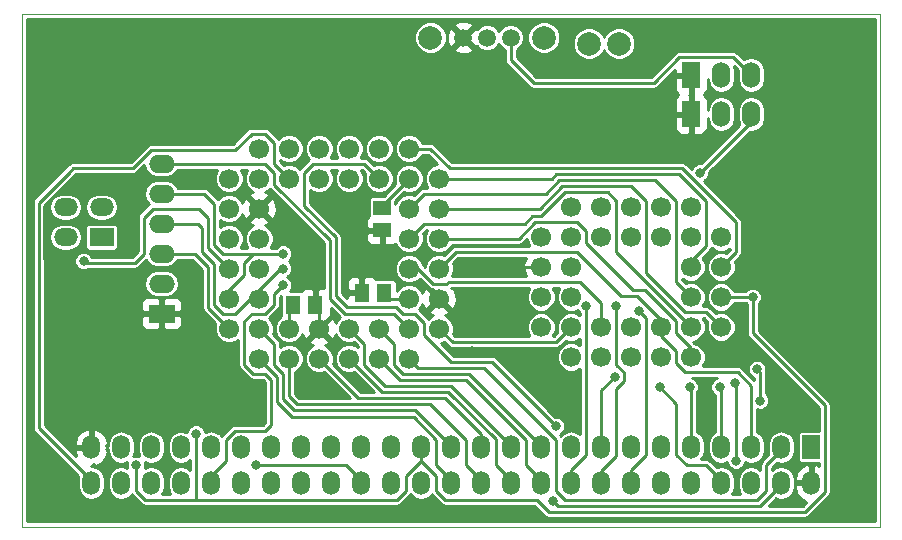
<source format=gbl>
G04 (created by PCBNEW (2013-07-20 BZR 4243)-testing) date 23/04/2014 9:13:50 PM*
%MOIN*%
G04 Gerber Fmt 3.4, Leading zero omitted, Abs format*
%FSLAX34Y34*%
G01*
G70*
G90*
G04 APERTURE LIST*
%ADD10C,0.005906*%
%ADD11C,0.003937*%
%ADD12R,0.059000X0.051200*%
%ADD13R,0.051200X0.059000*%
%ADD14R,0.060000X0.078700*%
%ADD15O,0.060000X0.078700*%
%ADD16C,0.066900*%
%ADD17R,0.060000X0.086600*%
%ADD18O,0.060000X0.086600*%
%ADD19R,0.078700X0.060000*%
%ADD20O,0.078700X0.060000*%
%ADD21C,0.078700*%
%ADD22R,0.086600X0.060000*%
%ADD23O,0.086600X0.060000*%
%ADD24C,0.059055*%
%ADD25C,0.078740*%
%ADD26C,0.031496*%
%ADD27C,0.010000*%
G04 APERTURE END LIST*
G54D10*
G54D11*
X0Y0D02*
X28600Y0D01*
X28600Y-17100D02*
X0Y-17100D01*
X0Y-17100D02*
X0Y0D01*
X28600Y0D02*
X28600Y-17100D01*
G54D12*
X12000Y-6475D03*
X12000Y-7225D03*
G54D13*
X9025Y-9700D03*
X9775Y-9700D03*
G54D14*
X26300Y-14452D03*
G54D15*
X26300Y-15648D03*
X25300Y-14453D03*
X25300Y-15648D03*
X24300Y-14453D03*
X24300Y-15648D03*
X23300Y-14453D03*
X23300Y-15648D03*
X22300Y-14453D03*
X22300Y-15648D03*
X21300Y-14453D03*
X21300Y-15648D03*
X20300Y-14453D03*
X20300Y-15648D03*
X19300Y-14453D03*
X19300Y-15648D03*
X18300Y-14453D03*
X18300Y-15648D03*
X17300Y-14453D03*
X17300Y-15648D03*
X16300Y-14453D03*
X16300Y-15648D03*
X15300Y-14453D03*
X15300Y-15648D03*
X14300Y-14453D03*
X14300Y-15648D03*
X13300Y-14453D03*
X13300Y-15648D03*
X12300Y-14453D03*
X12300Y-15648D03*
X11300Y-14453D03*
X11300Y-15648D03*
X10300Y-14453D03*
X10300Y-15648D03*
X9300Y-14453D03*
X9300Y-15648D03*
X8300Y-14453D03*
X8300Y-15648D03*
X7300Y-14453D03*
X7300Y-15648D03*
X6300Y-14453D03*
X6300Y-15648D03*
X5300Y-14453D03*
X5300Y-15648D03*
X4300Y-14453D03*
X4300Y-15648D03*
X3300Y-14453D03*
X3300Y-15648D03*
X2300Y-14453D03*
X2300Y-15648D03*
G54D16*
X23300Y-8450D03*
X22300Y-9450D03*
X22300Y-8450D03*
X23300Y-7450D03*
X22300Y-6450D03*
X22300Y-7450D03*
X21300Y-6450D03*
X21300Y-7450D03*
X20300Y-6450D03*
X20300Y-7450D03*
X19300Y-6450D03*
X19300Y-7450D03*
X18300Y-6450D03*
X17300Y-7450D03*
X18300Y-7450D03*
X17300Y-8450D03*
X18300Y-8450D03*
X17300Y-9450D03*
X18300Y-9450D03*
X17300Y-10450D03*
X18300Y-11450D03*
X18300Y-10450D03*
X19300Y-11450D03*
X19300Y-10450D03*
X20300Y-11450D03*
X20300Y-10450D03*
X21300Y-11450D03*
X23300Y-9450D03*
X21300Y-10450D03*
X22300Y-11450D03*
X23300Y-10450D03*
X22300Y-10450D03*
G54D17*
X22300Y-2050D03*
G54D18*
X23300Y-2050D03*
X24300Y-2050D03*
G54D17*
X22300Y-3350D03*
G54D18*
X23300Y-3350D03*
X24300Y-3350D03*
G54D16*
X9900Y-4500D03*
X10900Y-5500D03*
X9900Y-5500D03*
X8900Y-4500D03*
X8900Y-5500D03*
X7900Y-4500D03*
X6900Y-5500D03*
X7900Y-5500D03*
X6900Y-6500D03*
X7900Y-6500D03*
X6900Y-7500D03*
X7900Y-7500D03*
X6900Y-8500D03*
X7900Y-8500D03*
X6900Y-9500D03*
X7900Y-9500D03*
X6900Y-10500D03*
X7900Y-11500D03*
X7900Y-10500D03*
X8900Y-11500D03*
X8900Y-10500D03*
X9900Y-11500D03*
X9900Y-10500D03*
X10900Y-11500D03*
X10900Y-10500D03*
X11900Y-11500D03*
X11900Y-10500D03*
X12900Y-9500D03*
X12900Y-11500D03*
X13900Y-10500D03*
X12900Y-10500D03*
X13900Y-9500D03*
X13900Y-8500D03*
X12900Y-8500D03*
X13900Y-7500D03*
X12900Y-7500D03*
X13900Y-6500D03*
X12900Y-6500D03*
X13900Y-5500D03*
X12900Y-4500D03*
X12900Y-5500D03*
X11900Y-4500D03*
X11900Y-5500D03*
X10900Y-4500D03*
G54D19*
X2648Y-7450D03*
G54D20*
X1452Y-7450D03*
X2648Y-6450D03*
X1452Y-6450D03*
G54D21*
X18900Y-1000D03*
X19900Y-1000D03*
G54D22*
X4650Y-10000D03*
G54D23*
X4650Y-9000D03*
X4650Y-8000D03*
X4650Y-7000D03*
X4650Y-6000D03*
X4650Y-5000D03*
G54D13*
X12075Y-9300D03*
X11325Y-9300D03*
G54D24*
X15500Y-800D03*
X14712Y-800D03*
X16287Y-800D03*
G54D25*
X13610Y-800D03*
X17389Y-800D03*
G54D26*
X8700Y-8500D03*
X18800Y-9750D03*
X8700Y-8000D03*
X21250Y-12450D03*
X23250Y-12450D03*
X17800Y-13750D03*
X17700Y-16250D03*
X19800Y-9750D03*
X19750Y-12100D03*
X20550Y-9900D03*
X24600Y-12900D03*
X24500Y-11850D03*
X23800Y-14900D03*
X23750Y-12300D03*
X22250Y-12450D03*
X2050Y-8250D03*
X7800Y-15050D03*
X8700Y-9050D03*
X27100Y-9800D03*
X25000Y-8050D03*
X7300Y-12600D03*
X9450Y-12450D03*
X15000Y-11250D03*
X18400Y-12900D03*
X15050Y-8450D03*
X22600Y-5300D03*
X3800Y-15050D03*
X5800Y-14000D03*
X24350Y-9450D03*
G54D27*
X12900Y-9500D02*
X12275Y-9500D01*
X12275Y-9500D02*
X12075Y-9300D01*
X12900Y-5500D02*
X12000Y-6400D01*
X12000Y-6400D02*
X12000Y-6475D01*
X8900Y-10500D02*
X8900Y-9825D01*
X8900Y-9825D02*
X9025Y-9700D01*
X7900Y-9500D02*
X7600Y-9500D01*
X5850Y-7000D02*
X4650Y-7000D01*
X6000Y-7150D02*
X5850Y-7000D01*
X6000Y-7950D02*
X6000Y-7150D01*
X6400Y-8350D02*
X6000Y-7950D01*
X6400Y-9700D02*
X6400Y-8350D01*
X6700Y-10000D02*
X6400Y-9700D01*
X7100Y-10000D02*
X6700Y-10000D01*
X7600Y-9500D02*
X7100Y-10000D01*
X7900Y-9500D02*
X7900Y-9200D01*
X8600Y-8500D02*
X8700Y-8500D01*
X7900Y-9200D02*
X8600Y-8500D01*
X18800Y-14700D02*
X18800Y-9750D01*
X18300Y-15200D02*
X18800Y-14700D01*
X18300Y-15550D02*
X18300Y-15200D01*
X7700Y-8000D02*
X6700Y-8000D01*
X6050Y-6000D02*
X4650Y-6000D01*
X6400Y-6350D02*
X6050Y-6000D01*
X6400Y-7700D02*
X6400Y-6350D01*
X6700Y-8000D02*
X6400Y-7700D01*
X6900Y-9500D02*
X6900Y-9200D01*
X7700Y-8000D02*
X8700Y-8000D01*
X7400Y-8300D02*
X7700Y-8000D01*
X7400Y-8700D02*
X7400Y-8300D01*
X6900Y-9200D02*
X7400Y-8700D01*
X22800Y-15050D02*
X22150Y-15050D01*
X23300Y-15550D02*
X22800Y-15050D01*
X21800Y-13000D02*
X21250Y-12450D01*
X21800Y-14700D02*
X21800Y-13000D01*
X22150Y-15050D02*
X21800Y-14700D01*
X23300Y-14550D02*
X23300Y-12500D01*
X23300Y-12500D02*
X23250Y-12450D01*
X21300Y-10450D02*
X21300Y-10200D01*
X21300Y-10200D02*
X20500Y-9400D01*
X18500Y-7950D02*
X19950Y-9400D01*
X18500Y-7950D02*
X14450Y-7950D01*
X14450Y-7950D02*
X13900Y-8500D01*
X19950Y-9400D02*
X20500Y-9400D01*
X21300Y-10450D02*
X21300Y-10750D01*
X21300Y-10750D02*
X21800Y-11250D01*
X24300Y-14550D02*
X24300Y-12400D01*
X21800Y-11650D02*
X22100Y-11950D01*
X22100Y-11950D02*
X23850Y-11950D01*
X23850Y-11950D02*
X24300Y-12400D01*
X21800Y-11250D02*
X21800Y-11650D01*
X13900Y-7500D02*
X16550Y-7500D01*
X16550Y-7500D02*
X17100Y-6950D01*
X21800Y-10650D02*
X21800Y-10250D01*
X20750Y-9200D02*
X20350Y-9200D01*
X21800Y-10250D02*
X20750Y-9200D01*
X18800Y-7250D02*
X18800Y-7650D01*
X18800Y-7650D02*
X20350Y-9200D01*
X22300Y-11450D02*
X22300Y-11150D01*
X18500Y-6950D02*
X17100Y-6950D01*
X18800Y-7250D02*
X18500Y-6950D01*
X22300Y-11150D02*
X21800Y-10650D01*
X13400Y-10700D02*
X14300Y-11600D01*
X14300Y-11600D02*
X15650Y-11600D01*
X12475Y-9775D02*
X10825Y-9775D01*
X10450Y-9400D02*
X10450Y-7450D01*
X10825Y-9775D02*
X10450Y-9400D01*
X9400Y-5300D02*
X9400Y-6400D01*
X9400Y-6400D02*
X10450Y-7450D01*
X11900Y-5500D02*
X11400Y-5000D01*
X9700Y-5000D02*
X9400Y-5300D01*
X11400Y-5000D02*
X9700Y-5000D01*
X13400Y-10700D02*
X13400Y-10300D01*
X12700Y-10000D02*
X12475Y-9775D01*
X13100Y-10000D02*
X12700Y-10000D01*
X13400Y-10300D02*
X13100Y-10000D01*
X25300Y-15550D02*
X25300Y-15700D01*
X17800Y-13750D02*
X15650Y-11600D01*
X17850Y-16400D02*
X17700Y-16250D01*
X24600Y-16400D02*
X17850Y-16400D01*
X25300Y-15700D02*
X24600Y-16400D01*
X13900Y-5500D02*
X17650Y-5500D01*
X17650Y-5500D02*
X17800Y-5350D01*
X22300Y-8450D02*
X22300Y-8250D01*
X21900Y-5350D02*
X17800Y-5350D01*
X22800Y-6250D02*
X21900Y-5350D01*
X22800Y-7750D02*
X22800Y-6250D01*
X22300Y-8250D02*
X22800Y-7750D01*
X17800Y-14200D02*
X15400Y-11800D01*
X25300Y-14550D02*
X24800Y-15050D01*
X24800Y-15900D02*
X24800Y-15050D01*
X24500Y-16200D02*
X24800Y-15900D01*
X18100Y-16200D02*
X24500Y-16200D01*
X17800Y-15900D02*
X18100Y-16200D01*
X17800Y-15900D02*
X17800Y-14200D01*
X13200Y-11800D02*
X12900Y-11500D01*
X15400Y-11800D02*
X13200Y-11800D01*
X12900Y-4500D02*
X13600Y-4500D01*
X14250Y-5150D02*
X22000Y-5150D01*
X13600Y-4500D02*
X14250Y-5150D01*
X23300Y-8450D02*
X23800Y-7950D01*
X23800Y-6950D02*
X22000Y-5150D01*
X23800Y-7950D02*
X23800Y-6950D01*
X13900Y-6500D02*
X17250Y-6500D01*
X17250Y-6500D02*
X18000Y-5750D01*
X20800Y-8650D02*
X20800Y-6250D01*
X20300Y-5750D02*
X18000Y-5750D01*
X20800Y-6250D02*
X20300Y-5750D01*
X23300Y-10450D02*
X22800Y-9950D01*
X22100Y-9950D02*
X20800Y-8650D01*
X22800Y-9950D02*
X22100Y-9950D01*
X13400Y-6000D02*
X17450Y-6000D01*
X17450Y-6000D02*
X17900Y-5550D01*
X22300Y-9450D02*
X21800Y-8950D01*
X21100Y-5550D02*
X17900Y-5550D01*
X21800Y-6250D02*
X21100Y-5550D01*
X21800Y-8950D02*
X21800Y-6250D01*
X13400Y-6000D02*
X12900Y-6500D01*
X19800Y-14750D02*
X19800Y-12500D01*
X19300Y-15250D02*
X19800Y-14750D01*
X19300Y-15550D02*
X19300Y-15250D01*
X19800Y-12500D02*
X20050Y-12250D01*
X19800Y-11700D02*
X20050Y-11950D01*
X19800Y-9750D02*
X19800Y-11700D01*
X20050Y-11950D02*
X20050Y-12250D01*
X19300Y-14550D02*
X19300Y-12550D01*
X19300Y-12550D02*
X19750Y-12100D01*
X20550Y-9900D02*
X20800Y-10150D01*
X20800Y-14700D02*
X20800Y-10150D01*
X20300Y-15200D02*
X20800Y-14700D01*
X20300Y-15550D02*
X20300Y-15200D01*
X24600Y-12900D02*
X24600Y-11950D01*
X24600Y-11950D02*
X24500Y-11850D01*
X23800Y-14900D02*
X23800Y-12350D01*
X23800Y-12350D02*
X23750Y-12300D01*
X22300Y-14550D02*
X22300Y-12500D01*
X22300Y-12500D02*
X22250Y-12450D01*
X1550Y-5300D02*
X1700Y-5150D01*
X3700Y-5150D02*
X4300Y-4550D01*
X1700Y-5150D02*
X3700Y-5150D01*
X550Y-6300D02*
X550Y-13800D01*
X1550Y-5300D02*
X550Y-6300D01*
X8100Y-4000D02*
X7650Y-4000D01*
X7650Y-4000D02*
X7100Y-4550D01*
X7100Y-4550D02*
X4450Y-4550D01*
X550Y-13800D02*
X2300Y-15550D01*
X4450Y-4550D02*
X4300Y-4550D01*
X8900Y-5500D02*
X8400Y-5000D01*
X8400Y-5000D02*
X8400Y-4300D01*
X8400Y-4300D02*
X8100Y-4000D01*
X8400Y-4300D02*
X8400Y-5000D01*
X8100Y-4000D02*
X8400Y-4300D01*
X8500Y-12100D02*
X7900Y-11500D01*
X8500Y-12950D02*
X8500Y-12100D01*
X9000Y-13450D02*
X8500Y-12950D01*
X13050Y-13450D02*
X13800Y-14200D01*
X9000Y-13450D02*
X13050Y-13450D01*
X14300Y-15550D02*
X13800Y-15050D01*
X13800Y-15050D02*
X13800Y-14200D01*
X8400Y-11000D02*
X8400Y-11700D01*
X8400Y-11700D02*
X8700Y-12000D01*
X8700Y-12850D02*
X9050Y-13200D01*
X8700Y-12000D02*
X8700Y-12850D01*
X13100Y-13200D02*
X9050Y-13200D01*
X7900Y-10500D02*
X8400Y-11000D01*
X13100Y-13200D02*
X14300Y-14400D01*
X14300Y-14550D02*
X14300Y-14400D01*
X8900Y-12750D02*
X8900Y-11500D01*
X9150Y-13000D02*
X8900Y-12750D01*
X13600Y-13000D02*
X14800Y-14200D01*
X9150Y-13000D02*
X13600Y-13000D01*
X15300Y-15550D02*
X14800Y-15050D01*
X14800Y-15050D02*
X14800Y-14200D01*
X9900Y-11500D02*
X11200Y-12800D01*
X15300Y-14000D02*
X15300Y-14550D01*
X14100Y-12800D02*
X15300Y-14000D01*
X11200Y-12800D02*
X14100Y-12800D01*
X10900Y-11500D02*
X12000Y-12600D01*
X14200Y-12600D02*
X15795Y-14195D01*
X12000Y-12600D02*
X14200Y-12600D01*
X15795Y-15045D02*
X15795Y-14195D01*
X16300Y-15550D02*
X15795Y-15045D01*
X10900Y-10500D02*
X11400Y-11000D01*
X14300Y-12400D02*
X16300Y-14400D01*
X12100Y-12400D02*
X14300Y-12400D01*
X11400Y-11700D02*
X12100Y-12400D01*
X11400Y-11000D02*
X11400Y-11700D01*
X16300Y-14550D02*
X16300Y-14400D01*
X11900Y-11500D02*
X12600Y-12200D01*
X14800Y-12200D02*
X16800Y-14200D01*
X12600Y-12200D02*
X14800Y-12200D01*
X17300Y-15550D02*
X16800Y-15050D01*
X16800Y-15050D02*
X16800Y-14200D01*
X11900Y-10500D02*
X12400Y-11000D01*
X14900Y-12000D02*
X17300Y-14400D01*
X12700Y-12000D02*
X14900Y-12000D01*
X12400Y-11700D02*
X12700Y-12000D01*
X12400Y-11000D02*
X12400Y-11700D01*
X17300Y-14550D02*
X17300Y-14400D01*
X17300Y-14400D02*
X17000Y-14100D01*
X18300Y-10450D02*
X17800Y-10950D01*
X14350Y-10950D02*
X13900Y-10500D01*
X17800Y-10950D02*
X14350Y-10950D01*
X6200Y-7800D02*
X6200Y-6800D01*
X6200Y-6800D02*
X5900Y-6500D01*
X5900Y-6500D02*
X4350Y-6500D01*
X6200Y-7800D02*
X6900Y-8500D01*
X4050Y-6800D02*
X4350Y-6500D01*
X4050Y-8000D02*
X4050Y-6800D01*
X3750Y-8300D02*
X4050Y-8000D01*
X2100Y-8300D02*
X3750Y-8300D01*
X2050Y-8250D02*
X2100Y-8300D01*
X11300Y-15550D02*
X10800Y-15050D01*
X10800Y-15050D02*
X7800Y-15050D01*
X7400Y-10250D02*
X7400Y-11700D01*
X7100Y-13900D02*
X6800Y-14200D01*
X8100Y-13900D02*
X7100Y-13900D01*
X8300Y-13700D02*
X8100Y-13900D01*
X8300Y-12200D02*
X8300Y-13700D01*
X8100Y-12000D02*
X8300Y-12200D01*
X7700Y-12000D02*
X8100Y-12000D01*
X7400Y-11700D02*
X7700Y-12000D01*
X12900Y-8500D02*
X13200Y-8500D01*
X13200Y-8500D02*
X13700Y-9000D01*
X8400Y-9700D02*
X8100Y-10000D01*
X8400Y-9350D02*
X8400Y-9700D01*
X8700Y-9050D02*
X8400Y-9350D01*
X6300Y-15550D02*
X6300Y-15400D01*
X6800Y-14900D02*
X6800Y-14200D01*
X6300Y-15400D02*
X6800Y-14900D01*
X7400Y-10250D02*
X7650Y-10000D01*
X7650Y-10000D02*
X8100Y-10000D01*
X19300Y-10450D02*
X19300Y-9650D01*
X14150Y-9000D02*
X13700Y-9000D01*
X14200Y-8950D02*
X14150Y-9000D01*
X18600Y-8950D02*
X14200Y-8950D01*
X19300Y-9650D02*
X18600Y-8950D01*
X13400Y-7000D02*
X16750Y-7000D01*
X16750Y-7000D02*
X17000Y-6750D01*
X17300Y-6750D02*
X18100Y-5950D01*
X17000Y-6750D02*
X17300Y-6750D01*
X19517Y-5950D02*
X18100Y-5950D01*
X19800Y-7950D02*
X19800Y-6232D01*
X22300Y-10450D02*
X19800Y-7950D01*
X19800Y-6232D02*
X19517Y-5950D01*
X13400Y-7000D02*
X12900Y-7500D01*
X25350Y-8050D02*
X27100Y-9800D01*
X25000Y-8050D02*
X25350Y-8050D01*
X800Y-6350D02*
X732Y-6417D01*
X3100Y-5500D02*
X3200Y-5500D01*
X2550Y-10000D02*
X800Y-8250D01*
X4650Y-10000D02*
X2550Y-10000D01*
X1650Y-5500D02*
X800Y-6350D01*
X3100Y-5500D02*
X1650Y-5500D01*
X732Y-6417D02*
X732Y-8182D01*
X732Y-8182D02*
X800Y-8250D01*
X4650Y-10650D02*
X6600Y-12600D01*
X6600Y-12600D02*
X7300Y-12600D01*
X4650Y-10000D02*
X4650Y-10650D01*
X9400Y-11000D02*
X9900Y-10500D01*
X9400Y-12400D02*
X9400Y-11000D01*
X9450Y-12450D02*
X9400Y-12400D01*
X7400Y-6000D02*
X7900Y-6500D01*
X3200Y-5500D02*
X6000Y-5500D01*
X6000Y-5500D02*
X6500Y-6000D01*
X6500Y-6000D02*
X7400Y-6000D01*
X18400Y-12900D02*
X16750Y-11250D01*
X16750Y-11250D02*
X15000Y-11250D01*
X13900Y-9500D02*
X13400Y-9000D01*
X12700Y-9000D02*
X12000Y-8300D01*
X12000Y-8300D02*
X12000Y-8050D01*
X13400Y-9000D02*
X12700Y-9000D01*
X11325Y-9300D02*
X11325Y-8725D01*
X11325Y-8725D02*
X12000Y-8050D01*
X12000Y-8050D02*
X12000Y-7225D01*
X22300Y-2050D02*
X22300Y-3350D01*
X9900Y-10500D02*
X9900Y-9825D01*
X9900Y-9825D02*
X9775Y-9700D01*
X15050Y-8450D02*
X17300Y-8450D01*
X6900Y-10500D02*
X6200Y-9800D01*
X5750Y-8000D02*
X4650Y-8000D01*
X6200Y-8450D02*
X5750Y-8000D01*
X6200Y-9800D02*
X6200Y-8450D01*
X12900Y-10500D02*
X12400Y-10000D01*
X10250Y-9500D02*
X10250Y-7550D01*
X10750Y-10000D02*
X10250Y-9500D01*
X12400Y-10000D02*
X10750Y-10000D01*
X8400Y-5700D02*
X10250Y-7550D01*
X8100Y-5000D02*
X8400Y-5300D01*
X8400Y-5300D02*
X8400Y-5700D01*
X4650Y-5000D02*
X8100Y-5000D01*
X13800Y-15400D02*
X13800Y-15900D01*
X13800Y-15900D02*
X14100Y-16200D01*
X17150Y-16200D02*
X17550Y-16600D01*
X14100Y-16200D02*
X17150Y-16200D01*
X24350Y-9450D02*
X24350Y-10650D01*
X24350Y-10650D02*
X26750Y-13050D01*
X24300Y-3600D02*
X24300Y-3350D01*
X22600Y-5300D02*
X24300Y-3600D01*
X16287Y-800D02*
X16287Y-1537D01*
X23700Y-1450D02*
X24300Y-2050D01*
X21900Y-1450D02*
X23700Y-1450D01*
X21050Y-2300D02*
X21900Y-1450D01*
X17050Y-2300D02*
X21050Y-2300D01*
X16287Y-1537D02*
X17050Y-2300D01*
X13300Y-14550D02*
X13300Y-14900D01*
X13300Y-14900D02*
X13800Y-15400D01*
X17550Y-16600D02*
X26100Y-16600D01*
X26100Y-16600D02*
X26750Y-15950D01*
X26750Y-15950D02*
X26750Y-13050D01*
X3800Y-15050D02*
X3800Y-15900D01*
X3800Y-15900D02*
X4100Y-16200D01*
X5800Y-16200D02*
X5800Y-14000D01*
X5800Y-16200D02*
X4100Y-16200D01*
X5800Y-16200D02*
X12500Y-16200D01*
X23300Y-9450D02*
X24350Y-9450D01*
X12800Y-15900D02*
X12500Y-16200D01*
X12800Y-15400D02*
X12800Y-15900D01*
X13300Y-14900D02*
X12800Y-15400D01*
G54D10*
G36*
X10050Y-9155D02*
X9887Y-9155D01*
X9825Y-9217D01*
X9825Y-9650D01*
X9832Y-9650D01*
X9832Y-9750D01*
X9825Y-9750D01*
X9825Y-9757D01*
X9725Y-9757D01*
X9725Y-9750D01*
X9717Y-9750D01*
X9717Y-9650D01*
X9725Y-9650D01*
X9725Y-9217D01*
X9662Y-9155D01*
X9469Y-9155D01*
X9377Y-9193D01*
X9314Y-9256D01*
X9310Y-9255D01*
X9251Y-9255D01*
X8929Y-9255D01*
X8960Y-9224D01*
X9007Y-9111D01*
X9007Y-8989D01*
X8960Y-8876D01*
X8874Y-8789D01*
X8839Y-8775D01*
X8873Y-8760D01*
X8960Y-8674D01*
X9007Y-8561D01*
X9007Y-8439D01*
X8960Y-8326D01*
X8884Y-8249D01*
X8960Y-8174D01*
X9007Y-8061D01*
X9007Y-7939D01*
X8960Y-7826D01*
X8874Y-7739D01*
X8761Y-7692D01*
X8639Y-7692D01*
X8526Y-7739D01*
X8489Y-7776D01*
X8489Y-6590D01*
X8478Y-6357D01*
X8409Y-6191D01*
X8310Y-6159D01*
X7970Y-6500D01*
X8310Y-6840D01*
X8409Y-6808D01*
X8489Y-6590D01*
X8489Y-7776D01*
X8465Y-7800D01*
X8285Y-7800D01*
X8310Y-7774D01*
X8384Y-7596D01*
X8384Y-7404D01*
X8310Y-7225D01*
X8174Y-7089D01*
X8095Y-7056D01*
X8208Y-7009D01*
X8240Y-6910D01*
X7900Y-6570D01*
X7559Y-6910D01*
X7591Y-7009D01*
X7711Y-7053D01*
X7625Y-7089D01*
X7489Y-7225D01*
X7415Y-7403D01*
X7415Y-7595D01*
X7489Y-7774D01*
X7514Y-7800D01*
X7285Y-7800D01*
X7310Y-7774D01*
X7384Y-7596D01*
X7384Y-7404D01*
X7310Y-7225D01*
X7174Y-7089D01*
X6996Y-7015D01*
X6804Y-7015D01*
X6625Y-7089D01*
X6600Y-7114D01*
X6600Y-6885D01*
X6625Y-6910D01*
X6803Y-6984D01*
X6995Y-6984D01*
X7174Y-6910D01*
X7310Y-6774D01*
X7343Y-6695D01*
X7390Y-6808D01*
X7489Y-6840D01*
X7829Y-6500D01*
X7489Y-6159D01*
X7390Y-6191D01*
X7346Y-6311D01*
X7310Y-6225D01*
X7174Y-6089D01*
X6996Y-6015D01*
X6804Y-6015D01*
X6625Y-6089D01*
X6523Y-6190D01*
X6191Y-5858D01*
X6126Y-5815D01*
X6050Y-5800D01*
X5191Y-5800D01*
X5112Y-5681D01*
X4966Y-5584D01*
X4794Y-5550D01*
X4505Y-5550D01*
X4333Y-5584D01*
X4187Y-5681D01*
X4089Y-5827D01*
X4055Y-6000D01*
X4089Y-6172D01*
X4187Y-6318D01*
X4228Y-6345D01*
X4208Y-6358D01*
X3908Y-6658D01*
X3865Y-6723D01*
X3850Y-6800D01*
X3850Y-7917D01*
X3667Y-8100D01*
X3202Y-8100D01*
X3202Y-6450D01*
X3167Y-6277D01*
X3070Y-6131D01*
X2924Y-6034D01*
X2752Y-6000D01*
X2543Y-6000D01*
X2371Y-6034D01*
X2225Y-6131D01*
X2128Y-6277D01*
X2093Y-6450D01*
X2128Y-6622D01*
X2225Y-6768D01*
X2371Y-6865D01*
X2543Y-6900D01*
X2752Y-6900D01*
X2924Y-6865D01*
X3070Y-6768D01*
X3167Y-6622D01*
X3202Y-6450D01*
X3202Y-8100D01*
X3191Y-8100D01*
X3191Y-7779D01*
X3191Y-7720D01*
X3191Y-7120D01*
X3168Y-7065D01*
X3126Y-7022D01*
X3071Y-7000D01*
X3011Y-7000D01*
X2224Y-7000D01*
X2169Y-7022D01*
X2127Y-7065D01*
X2104Y-7120D01*
X2104Y-7179D01*
X2104Y-7779D01*
X2127Y-7834D01*
X2169Y-7877D01*
X2224Y-7900D01*
X2284Y-7900D01*
X3071Y-7900D01*
X3126Y-7877D01*
X3168Y-7834D01*
X3191Y-7779D01*
X3191Y-8100D01*
X2320Y-8100D01*
X2310Y-8076D01*
X2224Y-7989D01*
X2111Y-7942D01*
X2006Y-7942D01*
X2006Y-7450D01*
X2006Y-6450D01*
X1971Y-6277D01*
X1874Y-6131D01*
X1728Y-6034D01*
X1556Y-6000D01*
X1347Y-6000D01*
X1175Y-6034D01*
X1029Y-6131D01*
X932Y-6277D01*
X897Y-6450D01*
X932Y-6622D01*
X1029Y-6768D01*
X1175Y-6865D01*
X1347Y-6900D01*
X1556Y-6900D01*
X1728Y-6865D01*
X1874Y-6768D01*
X1971Y-6622D01*
X2006Y-6450D01*
X2006Y-7450D01*
X1971Y-7277D01*
X1874Y-7131D01*
X1728Y-7034D01*
X1556Y-7000D01*
X1347Y-7000D01*
X1175Y-7034D01*
X1029Y-7131D01*
X932Y-7277D01*
X897Y-7450D01*
X932Y-7622D01*
X1029Y-7768D01*
X1175Y-7865D01*
X1347Y-7900D01*
X1556Y-7900D01*
X1728Y-7865D01*
X1874Y-7768D01*
X1971Y-7622D01*
X2006Y-7450D01*
X2006Y-7942D01*
X1989Y-7942D01*
X1876Y-7989D01*
X1789Y-8075D01*
X1742Y-8188D01*
X1742Y-8310D01*
X1789Y-8423D01*
X1875Y-8510D01*
X1988Y-8557D01*
X2110Y-8557D01*
X2223Y-8510D01*
X2234Y-8500D01*
X3750Y-8500D01*
X3826Y-8484D01*
X3891Y-8441D01*
X4118Y-8214D01*
X4187Y-8318D01*
X4333Y-8415D01*
X4505Y-8450D01*
X4794Y-8450D01*
X4966Y-8415D01*
X5112Y-8318D01*
X5191Y-8200D01*
X5667Y-8200D01*
X6000Y-8532D01*
X6000Y-9800D01*
X6015Y-9876D01*
X6058Y-9941D01*
X6446Y-10329D01*
X6415Y-10403D01*
X6415Y-10595D01*
X6489Y-10774D01*
X6625Y-10910D01*
X6803Y-10984D01*
X6995Y-10984D01*
X7174Y-10910D01*
X7200Y-10885D01*
X7200Y-11700D01*
X7215Y-11776D01*
X7258Y-11841D01*
X7558Y-12141D01*
X7623Y-12184D01*
X7700Y-12200D01*
X8017Y-12200D01*
X8100Y-12282D01*
X8100Y-13617D01*
X8017Y-13700D01*
X7100Y-13700D01*
X7023Y-13715D01*
X6958Y-13758D01*
X6658Y-14058D01*
X6647Y-14074D01*
X6618Y-14030D01*
X6472Y-13933D01*
X6300Y-13898D01*
X6127Y-13933D01*
X6107Y-13946D01*
X6107Y-13939D01*
X6060Y-13826D01*
X5974Y-13739D01*
X5861Y-13692D01*
X5739Y-13692D01*
X5626Y-13739D01*
X5539Y-13825D01*
X5492Y-13938D01*
X5492Y-13946D01*
X5472Y-13933D01*
X5333Y-13905D01*
X5333Y-10349D01*
X5333Y-10112D01*
X5333Y-9887D01*
X5333Y-9650D01*
X5294Y-9558D01*
X5224Y-9488D01*
X5132Y-9450D01*
X5033Y-9450D01*
X4794Y-9450D01*
X4966Y-9415D01*
X5112Y-9318D01*
X5210Y-9172D01*
X5244Y-9000D01*
X5210Y-8827D01*
X5112Y-8681D01*
X4966Y-8584D01*
X4794Y-8550D01*
X4505Y-8550D01*
X4333Y-8584D01*
X4187Y-8681D01*
X4089Y-8827D01*
X4055Y-9000D01*
X4089Y-9172D01*
X4187Y-9318D01*
X4333Y-9415D01*
X4505Y-9450D01*
X4266Y-9450D01*
X4167Y-9450D01*
X4075Y-9488D01*
X4005Y-9558D01*
X3967Y-9650D01*
X3967Y-9887D01*
X4029Y-9950D01*
X4600Y-9950D01*
X4600Y-9512D01*
X4537Y-9450D01*
X4762Y-9450D01*
X4700Y-9512D01*
X4700Y-9950D01*
X5270Y-9950D01*
X5333Y-9887D01*
X5333Y-10112D01*
X5270Y-10050D01*
X4700Y-10050D01*
X4700Y-10487D01*
X4762Y-10550D01*
X5033Y-10550D01*
X5132Y-10550D01*
X5224Y-10511D01*
X5294Y-10441D01*
X5333Y-10349D01*
X5333Y-13905D01*
X5300Y-13898D01*
X5127Y-13933D01*
X4981Y-14030D01*
X4884Y-14176D01*
X4850Y-14348D01*
X4850Y-14557D01*
X4884Y-14729D01*
X4981Y-14875D01*
X5127Y-14972D01*
X5300Y-15007D01*
X5472Y-14972D01*
X5600Y-14887D01*
X5600Y-15213D01*
X5472Y-15128D01*
X5300Y-15093D01*
X5127Y-15128D01*
X4981Y-15225D01*
X4884Y-15371D01*
X4850Y-15543D01*
X4850Y-15752D01*
X4884Y-15924D01*
X4934Y-16000D01*
X4665Y-16000D01*
X4715Y-15924D01*
X4750Y-15752D01*
X4750Y-15543D01*
X4715Y-15371D01*
X4618Y-15225D01*
X4472Y-15128D01*
X4300Y-15093D01*
X4127Y-15128D01*
X4090Y-15153D01*
X4107Y-15111D01*
X4107Y-14989D01*
X4090Y-14948D01*
X4127Y-14972D01*
X4300Y-15007D01*
X4472Y-14972D01*
X4618Y-14875D01*
X4715Y-14729D01*
X4750Y-14557D01*
X4750Y-14348D01*
X4715Y-14176D01*
X4618Y-14030D01*
X4600Y-14018D01*
X4600Y-10487D01*
X4600Y-10050D01*
X4029Y-10050D01*
X3967Y-10112D01*
X3967Y-10349D01*
X4005Y-10441D01*
X4075Y-10511D01*
X4167Y-10550D01*
X4266Y-10550D01*
X4537Y-10550D01*
X4600Y-10487D01*
X4600Y-14018D01*
X4472Y-13933D01*
X4300Y-13898D01*
X4127Y-13933D01*
X3981Y-14030D01*
X3884Y-14176D01*
X3850Y-14348D01*
X3850Y-14557D01*
X3884Y-14729D01*
X3905Y-14760D01*
X3861Y-14742D01*
X3739Y-14742D01*
X3694Y-14760D01*
X3715Y-14729D01*
X3750Y-14557D01*
X3750Y-14348D01*
X3715Y-14176D01*
X3618Y-14030D01*
X3472Y-13933D01*
X3300Y-13898D01*
X3127Y-13933D01*
X2981Y-14030D01*
X2884Y-14176D01*
X2851Y-14338D01*
X2850Y-14348D01*
X2850Y-14402D01*
X2789Y-14402D01*
X2851Y-14316D01*
X2793Y-14108D01*
X2659Y-13938D01*
X2471Y-13832D01*
X2435Y-13826D01*
X2350Y-13874D01*
X2350Y-14403D01*
X2357Y-14403D01*
X2357Y-14503D01*
X2350Y-14503D01*
X2350Y-14510D01*
X2250Y-14510D01*
X2250Y-14503D01*
X2250Y-14403D01*
X2250Y-13874D01*
X2164Y-13826D01*
X2128Y-13832D01*
X1940Y-13938D01*
X1806Y-14108D01*
X1748Y-14316D01*
X1810Y-14403D01*
X2250Y-14403D01*
X2250Y-14503D01*
X1810Y-14503D01*
X1748Y-14589D01*
X1797Y-14764D01*
X750Y-13717D01*
X750Y-6382D01*
X1691Y-5441D01*
X1691Y-5441D01*
X1691Y-5441D01*
X1782Y-5350D01*
X3700Y-5350D01*
X3776Y-5334D01*
X3841Y-5291D01*
X4068Y-5064D01*
X4089Y-5172D01*
X4187Y-5318D01*
X4333Y-5415D01*
X4505Y-5450D01*
X4794Y-5450D01*
X4966Y-5415D01*
X5112Y-5318D01*
X5191Y-5200D01*
X6514Y-5200D01*
X6489Y-5225D01*
X6415Y-5403D01*
X6415Y-5595D01*
X6489Y-5774D01*
X6625Y-5910D01*
X6803Y-5984D01*
X6995Y-5984D01*
X7174Y-5910D01*
X7310Y-5774D01*
X7384Y-5596D01*
X7384Y-5404D01*
X7310Y-5225D01*
X7285Y-5200D01*
X7514Y-5200D01*
X7489Y-5225D01*
X7415Y-5403D01*
X7415Y-5595D01*
X7489Y-5774D01*
X7625Y-5910D01*
X7704Y-5943D01*
X7591Y-5990D01*
X7559Y-6089D01*
X7900Y-6429D01*
X8240Y-6089D01*
X8208Y-5990D01*
X8088Y-5946D01*
X8174Y-5910D01*
X8252Y-5832D01*
X8258Y-5841D01*
X10050Y-7632D01*
X10050Y-9155D01*
X10050Y-9155D01*
G37*
G54D27*
X10050Y-9155D02*
X9887Y-9155D01*
X9825Y-9217D01*
X9825Y-9650D01*
X9832Y-9650D01*
X9832Y-9750D01*
X9825Y-9750D01*
X9825Y-9757D01*
X9725Y-9757D01*
X9725Y-9750D01*
X9717Y-9750D01*
X9717Y-9650D01*
X9725Y-9650D01*
X9725Y-9217D01*
X9662Y-9155D01*
X9469Y-9155D01*
X9377Y-9193D01*
X9314Y-9256D01*
X9310Y-9255D01*
X9251Y-9255D01*
X8929Y-9255D01*
X8960Y-9224D01*
X9007Y-9111D01*
X9007Y-8989D01*
X8960Y-8876D01*
X8874Y-8789D01*
X8839Y-8775D01*
X8873Y-8760D01*
X8960Y-8674D01*
X9007Y-8561D01*
X9007Y-8439D01*
X8960Y-8326D01*
X8884Y-8249D01*
X8960Y-8174D01*
X9007Y-8061D01*
X9007Y-7939D01*
X8960Y-7826D01*
X8874Y-7739D01*
X8761Y-7692D01*
X8639Y-7692D01*
X8526Y-7739D01*
X8489Y-7776D01*
X8489Y-6590D01*
X8478Y-6357D01*
X8409Y-6191D01*
X8310Y-6159D01*
X7970Y-6500D01*
X8310Y-6840D01*
X8409Y-6808D01*
X8489Y-6590D01*
X8489Y-7776D01*
X8465Y-7800D01*
X8285Y-7800D01*
X8310Y-7774D01*
X8384Y-7596D01*
X8384Y-7404D01*
X8310Y-7225D01*
X8174Y-7089D01*
X8095Y-7056D01*
X8208Y-7009D01*
X8240Y-6910D01*
X7900Y-6570D01*
X7559Y-6910D01*
X7591Y-7009D01*
X7711Y-7053D01*
X7625Y-7089D01*
X7489Y-7225D01*
X7415Y-7403D01*
X7415Y-7595D01*
X7489Y-7774D01*
X7514Y-7800D01*
X7285Y-7800D01*
X7310Y-7774D01*
X7384Y-7596D01*
X7384Y-7404D01*
X7310Y-7225D01*
X7174Y-7089D01*
X6996Y-7015D01*
X6804Y-7015D01*
X6625Y-7089D01*
X6600Y-7114D01*
X6600Y-6885D01*
X6625Y-6910D01*
X6803Y-6984D01*
X6995Y-6984D01*
X7174Y-6910D01*
X7310Y-6774D01*
X7343Y-6695D01*
X7390Y-6808D01*
X7489Y-6840D01*
X7829Y-6500D01*
X7489Y-6159D01*
X7390Y-6191D01*
X7346Y-6311D01*
X7310Y-6225D01*
X7174Y-6089D01*
X6996Y-6015D01*
X6804Y-6015D01*
X6625Y-6089D01*
X6523Y-6190D01*
X6191Y-5858D01*
X6126Y-5815D01*
X6050Y-5800D01*
X5191Y-5800D01*
X5112Y-5681D01*
X4966Y-5584D01*
X4794Y-5550D01*
X4505Y-5550D01*
X4333Y-5584D01*
X4187Y-5681D01*
X4089Y-5827D01*
X4055Y-6000D01*
X4089Y-6172D01*
X4187Y-6318D01*
X4228Y-6345D01*
X4208Y-6358D01*
X3908Y-6658D01*
X3865Y-6723D01*
X3850Y-6800D01*
X3850Y-7917D01*
X3667Y-8100D01*
X3202Y-8100D01*
X3202Y-6450D01*
X3167Y-6277D01*
X3070Y-6131D01*
X2924Y-6034D01*
X2752Y-6000D01*
X2543Y-6000D01*
X2371Y-6034D01*
X2225Y-6131D01*
X2128Y-6277D01*
X2093Y-6450D01*
X2128Y-6622D01*
X2225Y-6768D01*
X2371Y-6865D01*
X2543Y-6900D01*
X2752Y-6900D01*
X2924Y-6865D01*
X3070Y-6768D01*
X3167Y-6622D01*
X3202Y-6450D01*
X3202Y-8100D01*
X3191Y-8100D01*
X3191Y-7779D01*
X3191Y-7720D01*
X3191Y-7120D01*
X3168Y-7065D01*
X3126Y-7022D01*
X3071Y-7000D01*
X3011Y-7000D01*
X2224Y-7000D01*
X2169Y-7022D01*
X2127Y-7065D01*
X2104Y-7120D01*
X2104Y-7179D01*
X2104Y-7779D01*
X2127Y-7834D01*
X2169Y-7877D01*
X2224Y-7900D01*
X2284Y-7900D01*
X3071Y-7900D01*
X3126Y-7877D01*
X3168Y-7834D01*
X3191Y-7779D01*
X3191Y-8100D01*
X2320Y-8100D01*
X2310Y-8076D01*
X2224Y-7989D01*
X2111Y-7942D01*
X2006Y-7942D01*
X2006Y-7450D01*
X2006Y-6450D01*
X1971Y-6277D01*
X1874Y-6131D01*
X1728Y-6034D01*
X1556Y-6000D01*
X1347Y-6000D01*
X1175Y-6034D01*
X1029Y-6131D01*
X932Y-6277D01*
X897Y-6450D01*
X932Y-6622D01*
X1029Y-6768D01*
X1175Y-6865D01*
X1347Y-6900D01*
X1556Y-6900D01*
X1728Y-6865D01*
X1874Y-6768D01*
X1971Y-6622D01*
X2006Y-6450D01*
X2006Y-7450D01*
X1971Y-7277D01*
X1874Y-7131D01*
X1728Y-7034D01*
X1556Y-7000D01*
X1347Y-7000D01*
X1175Y-7034D01*
X1029Y-7131D01*
X932Y-7277D01*
X897Y-7450D01*
X932Y-7622D01*
X1029Y-7768D01*
X1175Y-7865D01*
X1347Y-7900D01*
X1556Y-7900D01*
X1728Y-7865D01*
X1874Y-7768D01*
X1971Y-7622D01*
X2006Y-7450D01*
X2006Y-7942D01*
X1989Y-7942D01*
X1876Y-7989D01*
X1789Y-8075D01*
X1742Y-8188D01*
X1742Y-8310D01*
X1789Y-8423D01*
X1875Y-8510D01*
X1988Y-8557D01*
X2110Y-8557D01*
X2223Y-8510D01*
X2234Y-8500D01*
X3750Y-8500D01*
X3826Y-8484D01*
X3891Y-8441D01*
X4118Y-8214D01*
X4187Y-8318D01*
X4333Y-8415D01*
X4505Y-8450D01*
X4794Y-8450D01*
X4966Y-8415D01*
X5112Y-8318D01*
X5191Y-8200D01*
X5667Y-8200D01*
X6000Y-8532D01*
X6000Y-9800D01*
X6015Y-9876D01*
X6058Y-9941D01*
X6446Y-10329D01*
X6415Y-10403D01*
X6415Y-10595D01*
X6489Y-10774D01*
X6625Y-10910D01*
X6803Y-10984D01*
X6995Y-10984D01*
X7174Y-10910D01*
X7200Y-10885D01*
X7200Y-11700D01*
X7215Y-11776D01*
X7258Y-11841D01*
X7558Y-12141D01*
X7623Y-12184D01*
X7700Y-12200D01*
X8017Y-12200D01*
X8100Y-12282D01*
X8100Y-13617D01*
X8017Y-13700D01*
X7100Y-13700D01*
X7023Y-13715D01*
X6958Y-13758D01*
X6658Y-14058D01*
X6647Y-14074D01*
X6618Y-14030D01*
X6472Y-13933D01*
X6300Y-13898D01*
X6127Y-13933D01*
X6107Y-13946D01*
X6107Y-13939D01*
X6060Y-13826D01*
X5974Y-13739D01*
X5861Y-13692D01*
X5739Y-13692D01*
X5626Y-13739D01*
X5539Y-13825D01*
X5492Y-13938D01*
X5492Y-13946D01*
X5472Y-13933D01*
X5333Y-13905D01*
X5333Y-10349D01*
X5333Y-10112D01*
X5333Y-9887D01*
X5333Y-9650D01*
X5294Y-9558D01*
X5224Y-9488D01*
X5132Y-9450D01*
X5033Y-9450D01*
X4794Y-9450D01*
X4966Y-9415D01*
X5112Y-9318D01*
X5210Y-9172D01*
X5244Y-9000D01*
X5210Y-8827D01*
X5112Y-8681D01*
X4966Y-8584D01*
X4794Y-8550D01*
X4505Y-8550D01*
X4333Y-8584D01*
X4187Y-8681D01*
X4089Y-8827D01*
X4055Y-9000D01*
X4089Y-9172D01*
X4187Y-9318D01*
X4333Y-9415D01*
X4505Y-9450D01*
X4266Y-9450D01*
X4167Y-9450D01*
X4075Y-9488D01*
X4005Y-9558D01*
X3967Y-9650D01*
X3967Y-9887D01*
X4029Y-9950D01*
X4600Y-9950D01*
X4600Y-9512D01*
X4537Y-9450D01*
X4762Y-9450D01*
X4700Y-9512D01*
X4700Y-9950D01*
X5270Y-9950D01*
X5333Y-9887D01*
X5333Y-10112D01*
X5270Y-10050D01*
X4700Y-10050D01*
X4700Y-10487D01*
X4762Y-10550D01*
X5033Y-10550D01*
X5132Y-10550D01*
X5224Y-10511D01*
X5294Y-10441D01*
X5333Y-10349D01*
X5333Y-13905D01*
X5300Y-13898D01*
X5127Y-13933D01*
X4981Y-14030D01*
X4884Y-14176D01*
X4850Y-14348D01*
X4850Y-14557D01*
X4884Y-14729D01*
X4981Y-14875D01*
X5127Y-14972D01*
X5300Y-15007D01*
X5472Y-14972D01*
X5600Y-14887D01*
X5600Y-15213D01*
X5472Y-15128D01*
X5300Y-15093D01*
X5127Y-15128D01*
X4981Y-15225D01*
X4884Y-15371D01*
X4850Y-15543D01*
X4850Y-15752D01*
X4884Y-15924D01*
X4934Y-16000D01*
X4665Y-16000D01*
X4715Y-15924D01*
X4750Y-15752D01*
X4750Y-15543D01*
X4715Y-15371D01*
X4618Y-15225D01*
X4472Y-15128D01*
X4300Y-15093D01*
X4127Y-15128D01*
X4090Y-15153D01*
X4107Y-15111D01*
X4107Y-14989D01*
X4090Y-14948D01*
X4127Y-14972D01*
X4300Y-15007D01*
X4472Y-14972D01*
X4618Y-14875D01*
X4715Y-14729D01*
X4750Y-14557D01*
X4750Y-14348D01*
X4715Y-14176D01*
X4618Y-14030D01*
X4600Y-14018D01*
X4600Y-10487D01*
X4600Y-10050D01*
X4029Y-10050D01*
X3967Y-10112D01*
X3967Y-10349D01*
X4005Y-10441D01*
X4075Y-10511D01*
X4167Y-10550D01*
X4266Y-10550D01*
X4537Y-10550D01*
X4600Y-10487D01*
X4600Y-14018D01*
X4472Y-13933D01*
X4300Y-13898D01*
X4127Y-13933D01*
X3981Y-14030D01*
X3884Y-14176D01*
X3850Y-14348D01*
X3850Y-14557D01*
X3884Y-14729D01*
X3905Y-14760D01*
X3861Y-14742D01*
X3739Y-14742D01*
X3694Y-14760D01*
X3715Y-14729D01*
X3750Y-14557D01*
X3750Y-14348D01*
X3715Y-14176D01*
X3618Y-14030D01*
X3472Y-13933D01*
X3300Y-13898D01*
X3127Y-13933D01*
X2981Y-14030D01*
X2884Y-14176D01*
X2851Y-14338D01*
X2850Y-14348D01*
X2850Y-14402D01*
X2789Y-14402D01*
X2851Y-14316D01*
X2793Y-14108D01*
X2659Y-13938D01*
X2471Y-13832D01*
X2435Y-13826D01*
X2350Y-13874D01*
X2350Y-14403D01*
X2357Y-14403D01*
X2357Y-14503D01*
X2350Y-14503D01*
X2350Y-14510D01*
X2250Y-14510D01*
X2250Y-14503D01*
X2250Y-14403D01*
X2250Y-13874D01*
X2164Y-13826D01*
X2128Y-13832D01*
X1940Y-13938D01*
X1806Y-14108D01*
X1748Y-14316D01*
X1810Y-14403D01*
X2250Y-14403D01*
X2250Y-14503D01*
X1810Y-14503D01*
X1748Y-14589D01*
X1797Y-14764D01*
X750Y-13717D01*
X750Y-6382D01*
X1691Y-5441D01*
X1691Y-5441D01*
X1691Y-5441D01*
X1782Y-5350D01*
X3700Y-5350D01*
X3776Y-5334D01*
X3841Y-5291D01*
X4068Y-5064D01*
X4089Y-5172D01*
X4187Y-5318D01*
X4333Y-5415D01*
X4505Y-5450D01*
X4794Y-5450D01*
X4966Y-5415D01*
X5112Y-5318D01*
X5191Y-5200D01*
X6514Y-5200D01*
X6489Y-5225D01*
X6415Y-5403D01*
X6415Y-5595D01*
X6489Y-5774D01*
X6625Y-5910D01*
X6803Y-5984D01*
X6995Y-5984D01*
X7174Y-5910D01*
X7310Y-5774D01*
X7384Y-5596D01*
X7384Y-5404D01*
X7310Y-5225D01*
X7285Y-5200D01*
X7514Y-5200D01*
X7489Y-5225D01*
X7415Y-5403D01*
X7415Y-5595D01*
X7489Y-5774D01*
X7625Y-5910D01*
X7704Y-5943D01*
X7591Y-5990D01*
X7559Y-6089D01*
X7900Y-6429D01*
X8240Y-6089D01*
X8208Y-5990D01*
X8088Y-5946D01*
X8174Y-5910D01*
X8252Y-5832D01*
X8258Y-5841D01*
X10050Y-7632D01*
X10050Y-9155D01*
G54D10*
G36*
X11717Y-12600D02*
X11282Y-12600D01*
X10353Y-11670D01*
X10384Y-11596D01*
X10384Y-11404D01*
X10310Y-11225D01*
X10174Y-11089D01*
X10095Y-11056D01*
X10208Y-11009D01*
X10240Y-10910D01*
X9900Y-10570D01*
X9559Y-10910D01*
X9591Y-11009D01*
X9711Y-11053D01*
X9625Y-11089D01*
X9489Y-11225D01*
X9415Y-11403D01*
X9415Y-11595D01*
X9489Y-11774D01*
X9625Y-11910D01*
X9803Y-11984D01*
X9995Y-11984D01*
X10070Y-11953D01*
X10917Y-12800D01*
X9232Y-12800D01*
X9100Y-12667D01*
X9100Y-11941D01*
X9174Y-11910D01*
X9310Y-11774D01*
X9384Y-11596D01*
X9384Y-11404D01*
X9310Y-11225D01*
X9174Y-11089D01*
X8996Y-11015D01*
X8804Y-11015D01*
X8625Y-11089D01*
X8600Y-11114D01*
X8600Y-11000D01*
X8587Y-10936D01*
X8584Y-10923D01*
X8584Y-10923D01*
X8541Y-10858D01*
X8353Y-10670D01*
X8384Y-10596D01*
X8384Y-10404D01*
X8310Y-10225D01*
X8232Y-10147D01*
X8241Y-10141D01*
X8541Y-9841D01*
X8584Y-9776D01*
X8600Y-9700D01*
X8600Y-9432D01*
X8619Y-9413D01*
X8619Y-9434D01*
X8619Y-10024D01*
X8641Y-10079D01*
X8643Y-10081D01*
X8625Y-10089D01*
X8489Y-10225D01*
X8415Y-10403D01*
X8415Y-10595D01*
X8489Y-10774D01*
X8625Y-10910D01*
X8803Y-10984D01*
X8995Y-10984D01*
X9174Y-10910D01*
X9310Y-10774D01*
X9343Y-10695D01*
X9390Y-10808D01*
X9489Y-10840D01*
X9829Y-10500D01*
X9823Y-10494D01*
X9894Y-10423D01*
X9900Y-10429D01*
X10086Y-10242D01*
X10172Y-10206D01*
X10242Y-10136D01*
X10281Y-10044D01*
X10281Y-9945D01*
X10281Y-9813D01*
X10591Y-10123D01*
X10489Y-10225D01*
X10456Y-10304D01*
X10409Y-10191D01*
X10310Y-10159D01*
X9970Y-10500D01*
X10310Y-10840D01*
X10409Y-10808D01*
X10453Y-10688D01*
X10489Y-10774D01*
X10625Y-10910D01*
X10803Y-10984D01*
X10995Y-10984D01*
X11070Y-10953D01*
X11200Y-11082D01*
X11200Y-11114D01*
X11174Y-11089D01*
X10996Y-11015D01*
X10804Y-11015D01*
X10625Y-11089D01*
X10489Y-11225D01*
X10415Y-11403D01*
X10415Y-11595D01*
X10489Y-11774D01*
X10625Y-11910D01*
X10803Y-11984D01*
X10995Y-11984D01*
X11070Y-11953D01*
X11717Y-12600D01*
X11717Y-12600D01*
G37*
G54D27*
X11717Y-12600D02*
X11282Y-12600D01*
X10353Y-11670D01*
X10384Y-11596D01*
X10384Y-11404D01*
X10310Y-11225D01*
X10174Y-11089D01*
X10095Y-11056D01*
X10208Y-11009D01*
X10240Y-10910D01*
X9900Y-10570D01*
X9559Y-10910D01*
X9591Y-11009D01*
X9711Y-11053D01*
X9625Y-11089D01*
X9489Y-11225D01*
X9415Y-11403D01*
X9415Y-11595D01*
X9489Y-11774D01*
X9625Y-11910D01*
X9803Y-11984D01*
X9995Y-11984D01*
X10070Y-11953D01*
X10917Y-12800D01*
X9232Y-12800D01*
X9100Y-12667D01*
X9100Y-11941D01*
X9174Y-11910D01*
X9310Y-11774D01*
X9384Y-11596D01*
X9384Y-11404D01*
X9310Y-11225D01*
X9174Y-11089D01*
X8996Y-11015D01*
X8804Y-11015D01*
X8625Y-11089D01*
X8600Y-11114D01*
X8600Y-11000D01*
X8587Y-10936D01*
X8584Y-10923D01*
X8584Y-10923D01*
X8541Y-10858D01*
X8353Y-10670D01*
X8384Y-10596D01*
X8384Y-10404D01*
X8310Y-10225D01*
X8232Y-10147D01*
X8241Y-10141D01*
X8541Y-9841D01*
X8584Y-9776D01*
X8600Y-9700D01*
X8600Y-9432D01*
X8619Y-9413D01*
X8619Y-9434D01*
X8619Y-10024D01*
X8641Y-10079D01*
X8643Y-10081D01*
X8625Y-10089D01*
X8489Y-10225D01*
X8415Y-10403D01*
X8415Y-10595D01*
X8489Y-10774D01*
X8625Y-10910D01*
X8803Y-10984D01*
X8995Y-10984D01*
X9174Y-10910D01*
X9310Y-10774D01*
X9343Y-10695D01*
X9390Y-10808D01*
X9489Y-10840D01*
X9829Y-10500D01*
X9823Y-10494D01*
X9894Y-10423D01*
X9900Y-10429D01*
X10086Y-10242D01*
X10172Y-10206D01*
X10242Y-10136D01*
X10281Y-10044D01*
X10281Y-9945D01*
X10281Y-9813D01*
X10591Y-10123D01*
X10489Y-10225D01*
X10456Y-10304D01*
X10409Y-10191D01*
X10310Y-10159D01*
X9970Y-10500D01*
X10310Y-10840D01*
X10409Y-10808D01*
X10453Y-10688D01*
X10489Y-10774D01*
X10625Y-10910D01*
X10803Y-10984D01*
X10995Y-10984D01*
X11070Y-10953D01*
X11200Y-11082D01*
X11200Y-11114D01*
X11174Y-11089D01*
X10996Y-11015D01*
X10804Y-11015D01*
X10625Y-11089D01*
X10489Y-11225D01*
X10415Y-11403D01*
X10415Y-11595D01*
X10489Y-11774D01*
X10625Y-11910D01*
X10803Y-11984D01*
X10995Y-11984D01*
X11070Y-11953D01*
X11717Y-12600D01*
G54D10*
G36*
X16787Y-8150D02*
X16710Y-8359D01*
X16721Y-8592D01*
X16786Y-8750D01*
X14320Y-8750D01*
X14384Y-8596D01*
X14384Y-8404D01*
X14353Y-8329D01*
X14532Y-8150D01*
X16787Y-8150D01*
X16787Y-8150D01*
G37*
G54D27*
X16787Y-8150D02*
X16710Y-8359D01*
X16721Y-8592D01*
X16786Y-8750D01*
X14320Y-8750D01*
X14384Y-8596D01*
X14384Y-8404D01*
X14353Y-8329D01*
X14532Y-8150D01*
X16787Y-8150D01*
G54D10*
G36*
X17376Y-8455D02*
X17305Y-8526D01*
X17300Y-8520D01*
X17294Y-8526D01*
X17223Y-8455D01*
X17229Y-8450D01*
X17223Y-8444D01*
X17294Y-8373D01*
X17300Y-8379D01*
X17305Y-8373D01*
X17376Y-8444D01*
X17370Y-8450D01*
X17376Y-8455D01*
X17376Y-8455D01*
G37*
G54D27*
X17376Y-8455D02*
X17305Y-8526D01*
X17300Y-8520D01*
X17294Y-8526D01*
X17223Y-8455D01*
X17229Y-8450D01*
X17223Y-8444D01*
X17294Y-8373D01*
X17300Y-8379D01*
X17305Y-8373D01*
X17376Y-8444D01*
X17370Y-8450D01*
X17376Y-8455D01*
G54D10*
G36*
X18600Y-14018D02*
X18472Y-13933D01*
X18300Y-13898D01*
X18127Y-13933D01*
X17981Y-14030D01*
X17952Y-14074D01*
X17941Y-14058D01*
X17917Y-14034D01*
X17973Y-14010D01*
X18060Y-13924D01*
X18107Y-13811D01*
X18107Y-13689D01*
X18060Y-13576D01*
X17974Y-13489D01*
X17861Y-13442D01*
X17775Y-13442D01*
X15791Y-11458D01*
X15726Y-11415D01*
X15650Y-11400D01*
X14382Y-11400D01*
X13967Y-10984D01*
X13995Y-10984D01*
X14070Y-10953D01*
X14208Y-11091D01*
X14273Y-11134D01*
X14273Y-11134D01*
X14350Y-11150D01*
X17800Y-11150D01*
X17876Y-11134D01*
X17941Y-11091D01*
X18129Y-10903D01*
X18203Y-10934D01*
X18395Y-10934D01*
X18574Y-10860D01*
X18600Y-10835D01*
X18600Y-11064D01*
X18574Y-11039D01*
X18396Y-10965D01*
X18204Y-10965D01*
X18025Y-11039D01*
X17889Y-11175D01*
X17815Y-11353D01*
X17815Y-11545D01*
X17889Y-11724D01*
X18025Y-11860D01*
X18203Y-11934D01*
X18395Y-11934D01*
X18574Y-11860D01*
X18600Y-11835D01*
X18600Y-14018D01*
X18600Y-14018D01*
G37*
G54D27*
X18600Y-14018D02*
X18472Y-13933D01*
X18300Y-13898D01*
X18127Y-13933D01*
X17981Y-14030D01*
X17952Y-14074D01*
X17941Y-14058D01*
X17917Y-14034D01*
X17973Y-14010D01*
X18060Y-13924D01*
X18107Y-13811D01*
X18107Y-13689D01*
X18060Y-13576D01*
X17974Y-13489D01*
X17861Y-13442D01*
X17775Y-13442D01*
X15791Y-11458D01*
X15726Y-11415D01*
X15650Y-11400D01*
X14382Y-11400D01*
X13967Y-10984D01*
X13995Y-10984D01*
X14070Y-10953D01*
X14208Y-11091D01*
X14273Y-11134D01*
X14273Y-11134D01*
X14350Y-11150D01*
X17800Y-11150D01*
X17876Y-11134D01*
X17941Y-11091D01*
X18129Y-10903D01*
X18203Y-10934D01*
X18395Y-10934D01*
X18574Y-10860D01*
X18600Y-10835D01*
X18600Y-11064D01*
X18574Y-11039D01*
X18396Y-10965D01*
X18204Y-10965D01*
X18025Y-11039D01*
X17889Y-11175D01*
X17815Y-11353D01*
X17815Y-11545D01*
X17889Y-11724D01*
X18025Y-11860D01*
X18203Y-11934D01*
X18395Y-11934D01*
X18574Y-11860D01*
X18600Y-11835D01*
X18600Y-14018D01*
G54D10*
G36*
X28430Y-16930D02*
X26950Y-16930D01*
X26950Y-15950D01*
X26950Y-13050D01*
X26934Y-12973D01*
X26891Y-12908D01*
X24550Y-10567D01*
X24550Y-9684D01*
X24610Y-9624D01*
X24657Y-9511D01*
X24657Y-9389D01*
X24610Y-9276D01*
X24524Y-9189D01*
X24411Y-9142D01*
X24289Y-9142D01*
X24176Y-9189D01*
X24115Y-9250D01*
X23741Y-9250D01*
X23710Y-9175D01*
X23574Y-9039D01*
X23396Y-8965D01*
X23204Y-8965D01*
X23025Y-9039D01*
X22889Y-9175D01*
X22815Y-9353D01*
X22815Y-9545D01*
X22889Y-9724D01*
X23025Y-9860D01*
X23203Y-9934D01*
X23395Y-9934D01*
X23574Y-9860D01*
X23710Y-9724D01*
X23741Y-9650D01*
X24115Y-9650D01*
X24150Y-9684D01*
X24150Y-10650D01*
X24165Y-10726D01*
X24208Y-10791D01*
X26550Y-13132D01*
X26550Y-13908D01*
X25970Y-13908D01*
X25915Y-13931D01*
X25872Y-13973D01*
X25850Y-14028D01*
X25850Y-14088D01*
X25850Y-14875D01*
X25872Y-14930D01*
X25915Y-14972D01*
X25970Y-14995D01*
X26029Y-14995D01*
X26550Y-14995D01*
X26550Y-15072D01*
X26471Y-15027D01*
X26435Y-15021D01*
X26350Y-15069D01*
X26350Y-15598D01*
X26357Y-15598D01*
X26357Y-15698D01*
X26350Y-15698D01*
X26350Y-15705D01*
X26250Y-15705D01*
X26250Y-15698D01*
X26250Y-15598D01*
X26250Y-15069D01*
X26164Y-15021D01*
X26128Y-15027D01*
X25940Y-15133D01*
X25806Y-15303D01*
X25748Y-15511D01*
X25810Y-15598D01*
X26250Y-15598D01*
X26250Y-15698D01*
X25810Y-15698D01*
X25748Y-15784D01*
X25806Y-15992D01*
X25940Y-16162D01*
X26128Y-16268D01*
X26145Y-16271D01*
X26017Y-16400D01*
X24882Y-16400D01*
X25120Y-16162D01*
X25127Y-16167D01*
X25300Y-16202D01*
X25472Y-16167D01*
X25618Y-16070D01*
X25715Y-15924D01*
X25750Y-15752D01*
X25750Y-15543D01*
X25715Y-15371D01*
X25618Y-15225D01*
X25472Y-15128D01*
X25300Y-15093D01*
X25127Y-15128D01*
X25000Y-15213D01*
X25000Y-15132D01*
X25154Y-14978D01*
X25300Y-15007D01*
X25472Y-14972D01*
X25618Y-14875D01*
X25715Y-14729D01*
X25750Y-14557D01*
X25750Y-14348D01*
X25715Y-14176D01*
X25618Y-14030D01*
X25472Y-13933D01*
X25300Y-13898D01*
X25127Y-13933D01*
X24981Y-14030D01*
X24884Y-14176D01*
X24850Y-14348D01*
X24850Y-14557D01*
X24876Y-14690D01*
X24658Y-14908D01*
X24615Y-14973D01*
X24600Y-15050D01*
X24600Y-15213D01*
X24472Y-15128D01*
X24300Y-15093D01*
X24127Y-15128D01*
X23981Y-15225D01*
X23884Y-15371D01*
X23850Y-15543D01*
X23850Y-15752D01*
X23884Y-15924D01*
X23934Y-16000D01*
X23665Y-16000D01*
X23715Y-15924D01*
X23750Y-15752D01*
X23750Y-15543D01*
X23715Y-15371D01*
X23618Y-15225D01*
X23472Y-15128D01*
X23300Y-15093D01*
X23155Y-15122D01*
X22941Y-14908D01*
X22876Y-14865D01*
X22800Y-14850D01*
X22635Y-14850D01*
X22715Y-14729D01*
X22750Y-14557D01*
X22750Y-14348D01*
X22715Y-14176D01*
X22618Y-14030D01*
X22500Y-13951D01*
X22500Y-12634D01*
X22510Y-12624D01*
X22557Y-12511D01*
X22557Y-12389D01*
X22510Y-12276D01*
X22424Y-12189D01*
X22329Y-12150D01*
X23170Y-12150D01*
X23076Y-12189D01*
X22989Y-12275D01*
X22942Y-12388D01*
X22942Y-12510D01*
X22989Y-12623D01*
X23075Y-12710D01*
X23100Y-12720D01*
X23100Y-13951D01*
X22981Y-14030D01*
X22884Y-14176D01*
X22850Y-14348D01*
X22850Y-14557D01*
X22884Y-14729D01*
X22981Y-14875D01*
X23127Y-14972D01*
X23300Y-15007D01*
X23472Y-14972D01*
X23492Y-14959D01*
X23492Y-14960D01*
X23539Y-15073D01*
X23625Y-15160D01*
X23738Y-15207D01*
X23860Y-15207D01*
X23973Y-15160D01*
X24060Y-15074D01*
X24107Y-14961D01*
X24107Y-14959D01*
X24127Y-14972D01*
X24300Y-15007D01*
X24472Y-14972D01*
X24618Y-14875D01*
X24715Y-14729D01*
X24750Y-14557D01*
X24750Y-14348D01*
X24715Y-14176D01*
X24618Y-14030D01*
X24500Y-13951D01*
X24500Y-13191D01*
X24538Y-13207D01*
X24660Y-13207D01*
X24773Y-13160D01*
X24860Y-13074D01*
X24907Y-12961D01*
X24907Y-12839D01*
X24860Y-12726D01*
X24800Y-12665D01*
X24800Y-11950D01*
X24797Y-11936D01*
X24807Y-11911D01*
X24807Y-11789D01*
X24760Y-11676D01*
X24674Y-11589D01*
X24561Y-11542D01*
X24439Y-11542D01*
X24326Y-11589D01*
X24239Y-11675D01*
X24192Y-11788D01*
X24192Y-11910D01*
X24239Y-12023D01*
X24325Y-12110D01*
X24400Y-12141D01*
X24400Y-12217D01*
X23991Y-11808D01*
X23926Y-11765D01*
X23850Y-11750D01*
X22685Y-11750D01*
X22710Y-11724D01*
X22784Y-11546D01*
X22784Y-11354D01*
X22710Y-11175D01*
X22574Y-11039D01*
X22399Y-10966D01*
X22367Y-10934D01*
X22395Y-10934D01*
X22574Y-10860D01*
X22710Y-10724D01*
X22784Y-10546D01*
X22784Y-10354D01*
X22710Y-10175D01*
X22685Y-10150D01*
X22717Y-10150D01*
X22846Y-10279D01*
X22815Y-10353D01*
X22815Y-10545D01*
X22889Y-10724D01*
X23025Y-10860D01*
X23203Y-10934D01*
X23395Y-10934D01*
X23574Y-10860D01*
X23710Y-10724D01*
X23784Y-10546D01*
X23784Y-10354D01*
X23710Y-10175D01*
X23574Y-10039D01*
X23396Y-9965D01*
X23204Y-9965D01*
X23129Y-9996D01*
X22941Y-9808D01*
X22876Y-9765D01*
X22800Y-9750D01*
X22685Y-9750D01*
X22710Y-9724D01*
X22784Y-9546D01*
X22784Y-9354D01*
X22710Y-9175D01*
X22574Y-9039D01*
X22396Y-8965D01*
X22204Y-8965D01*
X22129Y-8996D01*
X22000Y-8867D01*
X22000Y-8835D01*
X22025Y-8860D01*
X22203Y-8934D01*
X22395Y-8934D01*
X22574Y-8860D01*
X22710Y-8724D01*
X22784Y-8546D01*
X22784Y-8354D01*
X22710Y-8175D01*
X22683Y-8148D01*
X22941Y-7891D01*
X22984Y-7826D01*
X22984Y-7826D01*
X22985Y-7821D01*
X23025Y-7860D01*
X23203Y-7934D01*
X23395Y-7934D01*
X23574Y-7860D01*
X23600Y-7835D01*
X23600Y-7867D01*
X23470Y-7996D01*
X23396Y-7965D01*
X23204Y-7965D01*
X23025Y-8039D01*
X22889Y-8175D01*
X22815Y-8353D01*
X22815Y-8545D01*
X22889Y-8724D01*
X23025Y-8860D01*
X23203Y-8934D01*
X23395Y-8934D01*
X23574Y-8860D01*
X23710Y-8724D01*
X23784Y-8546D01*
X23784Y-8354D01*
X23753Y-8279D01*
X23941Y-8091D01*
X23984Y-8026D01*
X23984Y-8026D01*
X23987Y-8013D01*
X23999Y-7950D01*
X24000Y-7950D01*
X24000Y-6950D01*
X23987Y-6886D01*
X23984Y-6873D01*
X23984Y-6873D01*
X23941Y-6808D01*
X23941Y-6808D01*
X22717Y-5584D01*
X22773Y-5560D01*
X22860Y-5474D01*
X22907Y-5361D01*
X22907Y-5275D01*
X24248Y-3934D01*
X24300Y-3944D01*
X24472Y-3910D01*
X24618Y-3812D01*
X24715Y-3666D01*
X24750Y-3494D01*
X24750Y-3205D01*
X24750Y-2194D01*
X24750Y-1905D01*
X24715Y-1733D01*
X24618Y-1587D01*
X24472Y-1489D01*
X24300Y-1455D01*
X24127Y-1489D01*
X24064Y-1531D01*
X23841Y-1308D01*
X23776Y-1265D01*
X23700Y-1250D01*
X21900Y-1250D01*
X21823Y-1265D01*
X21758Y-1308D01*
X20967Y-2100D01*
X20443Y-2100D01*
X20443Y-892D01*
X20361Y-692D01*
X20208Y-539D01*
X20008Y-456D01*
X19792Y-456D01*
X19592Y-538D01*
X19439Y-691D01*
X19400Y-786D01*
X19361Y-692D01*
X19208Y-539D01*
X19008Y-456D01*
X18792Y-456D01*
X18592Y-538D01*
X18439Y-691D01*
X18356Y-891D01*
X18356Y-1107D01*
X18438Y-1307D01*
X18591Y-1460D01*
X18791Y-1543D01*
X19007Y-1543D01*
X19207Y-1461D01*
X19360Y-1308D01*
X19399Y-1213D01*
X19438Y-1307D01*
X19591Y-1460D01*
X19791Y-1543D01*
X20007Y-1543D01*
X20207Y-1461D01*
X20360Y-1308D01*
X20443Y-1108D01*
X20443Y-892D01*
X20443Y-2100D01*
X17933Y-2100D01*
X17933Y-692D01*
X17850Y-492D01*
X17698Y-339D01*
X17498Y-256D01*
X17282Y-256D01*
X17082Y-338D01*
X16929Y-491D01*
X16846Y-691D01*
X16845Y-907D01*
X16928Y-1107D01*
X17081Y-1260D01*
X17281Y-1343D01*
X17497Y-1343D01*
X17697Y-1261D01*
X17850Y-1108D01*
X17933Y-908D01*
X17933Y-692D01*
X17933Y-2100D01*
X17132Y-2100D01*
X16487Y-1454D01*
X16487Y-1199D01*
X16539Y-1177D01*
X16664Y-1052D01*
X16732Y-888D01*
X16732Y-711D01*
X16665Y-548D01*
X16539Y-422D01*
X16376Y-354D01*
X16199Y-354D01*
X16035Y-422D01*
X15910Y-547D01*
X15893Y-586D01*
X15877Y-548D01*
X15752Y-422D01*
X15588Y-354D01*
X15411Y-354D01*
X15248Y-422D01*
X15162Y-507D01*
X15095Y-488D01*
X15024Y-558D01*
X15024Y-417D01*
X14997Y-322D01*
X14793Y-249D01*
X14576Y-260D01*
X14427Y-322D01*
X14400Y-417D01*
X14712Y-729D01*
X15024Y-417D01*
X15024Y-558D01*
X14783Y-800D01*
X15095Y-1111D01*
X15162Y-1092D01*
X15247Y-1177D01*
X15411Y-1245D01*
X15588Y-1245D01*
X15751Y-1177D01*
X15877Y-1052D01*
X15893Y-1013D01*
X15909Y-1051D01*
X16034Y-1177D01*
X16087Y-1199D01*
X16087Y-1537D01*
X16102Y-1613D01*
X16145Y-1678D01*
X16908Y-2441D01*
X16973Y-2484D01*
X17050Y-2500D01*
X21050Y-2500D01*
X21126Y-2484D01*
X21191Y-2441D01*
X21750Y-1882D01*
X21750Y-1937D01*
X21812Y-2000D01*
X22250Y-2000D01*
X22250Y-1992D01*
X22350Y-1992D01*
X22350Y-2000D01*
X22357Y-2000D01*
X22357Y-2100D01*
X22350Y-2100D01*
X22350Y-2670D01*
X22379Y-2700D01*
X22350Y-2729D01*
X22350Y-3300D01*
X22357Y-3300D01*
X22357Y-3400D01*
X22350Y-3400D01*
X22350Y-3970D01*
X22412Y-4033D01*
X22649Y-4033D01*
X22741Y-3994D01*
X22811Y-3924D01*
X22850Y-3832D01*
X22850Y-3733D01*
X22850Y-3494D01*
X22884Y-3666D01*
X22981Y-3812D01*
X23127Y-3910D01*
X23300Y-3944D01*
X23472Y-3910D01*
X23618Y-3812D01*
X23715Y-3666D01*
X23750Y-3494D01*
X23750Y-3205D01*
X23715Y-3033D01*
X23618Y-2887D01*
X23472Y-2789D01*
X23300Y-2755D01*
X23127Y-2789D01*
X22981Y-2887D01*
X22884Y-3033D01*
X22850Y-3205D01*
X22850Y-2966D01*
X22850Y-2867D01*
X22811Y-2775D01*
X22741Y-2705D01*
X22729Y-2700D01*
X22741Y-2694D01*
X22811Y-2624D01*
X22850Y-2532D01*
X22850Y-2433D01*
X22850Y-2194D01*
X22884Y-2366D01*
X22981Y-2512D01*
X23127Y-2610D01*
X23300Y-2644D01*
X23472Y-2610D01*
X23618Y-2512D01*
X23715Y-2366D01*
X23750Y-2194D01*
X23750Y-1905D01*
X23719Y-1752D01*
X23853Y-1886D01*
X23850Y-1905D01*
X23850Y-2194D01*
X23884Y-2366D01*
X23981Y-2512D01*
X24127Y-2610D01*
X24300Y-2644D01*
X24472Y-2610D01*
X24618Y-2512D01*
X24715Y-2366D01*
X24750Y-2194D01*
X24750Y-3205D01*
X24715Y-3033D01*
X24618Y-2887D01*
X24472Y-2789D01*
X24300Y-2755D01*
X24127Y-2789D01*
X23981Y-2887D01*
X23884Y-3033D01*
X23850Y-3205D01*
X23850Y-3494D01*
X23884Y-3666D01*
X23910Y-3706D01*
X22624Y-4992D01*
X22539Y-4992D01*
X22426Y-5039D01*
X22339Y-5125D01*
X22315Y-5182D01*
X22250Y-5117D01*
X22250Y-3970D01*
X22250Y-3400D01*
X22250Y-3300D01*
X22250Y-2729D01*
X22220Y-2700D01*
X22250Y-2670D01*
X22250Y-2100D01*
X21812Y-2100D01*
X21750Y-2162D01*
X21750Y-2433D01*
X21750Y-2532D01*
X21788Y-2624D01*
X21858Y-2694D01*
X21870Y-2700D01*
X21858Y-2705D01*
X21788Y-2775D01*
X21750Y-2867D01*
X21750Y-2966D01*
X21750Y-3237D01*
X21812Y-3300D01*
X22250Y-3300D01*
X22250Y-3400D01*
X21812Y-3400D01*
X21750Y-3462D01*
X21750Y-3733D01*
X21750Y-3832D01*
X21788Y-3924D01*
X21858Y-3994D01*
X21950Y-4033D01*
X22187Y-4033D01*
X22250Y-3970D01*
X22250Y-5117D01*
X22141Y-5008D01*
X22076Y-4965D01*
X22000Y-4950D01*
X15024Y-4950D01*
X15024Y-1182D01*
X14712Y-870D01*
X14641Y-941D01*
X14641Y-800D01*
X14330Y-488D01*
X14235Y-514D01*
X14162Y-719D01*
X14173Y-936D01*
X14235Y-1085D01*
X14330Y-1111D01*
X14641Y-800D01*
X14641Y-941D01*
X14400Y-1182D01*
X14427Y-1277D01*
X14631Y-1350D01*
X14848Y-1339D01*
X14997Y-1277D01*
X15024Y-1182D01*
X15024Y-4950D01*
X14332Y-4950D01*
X14154Y-4771D01*
X14154Y-692D01*
X14071Y-492D01*
X13918Y-339D01*
X13718Y-256D01*
X13502Y-256D01*
X13302Y-338D01*
X13149Y-491D01*
X13066Y-691D01*
X13066Y-907D01*
X13149Y-1107D01*
X13301Y-1260D01*
X13501Y-1343D01*
X13717Y-1343D01*
X13917Y-1261D01*
X14070Y-1108D01*
X14153Y-908D01*
X14154Y-692D01*
X14154Y-4771D01*
X13741Y-4358D01*
X13676Y-4315D01*
X13600Y-4300D01*
X13341Y-4300D01*
X13310Y-4225D01*
X13174Y-4089D01*
X12996Y-4015D01*
X12804Y-4015D01*
X12625Y-4089D01*
X12489Y-4225D01*
X12415Y-4403D01*
X12415Y-4595D01*
X12489Y-4774D01*
X12625Y-4910D01*
X12803Y-4984D01*
X12995Y-4984D01*
X13174Y-4910D01*
X13310Y-4774D01*
X13341Y-4700D01*
X13517Y-4700D01*
X13832Y-5015D01*
X13804Y-5015D01*
X13625Y-5089D01*
X13489Y-5225D01*
X13415Y-5403D01*
X13415Y-5595D01*
X13489Y-5774D01*
X13514Y-5800D01*
X13400Y-5800D01*
X13336Y-5812D01*
X13323Y-5815D01*
X13258Y-5858D01*
X13070Y-6046D01*
X12996Y-6015D01*
X12804Y-6015D01*
X12625Y-6089D01*
X12489Y-6225D01*
X12445Y-6332D01*
X12445Y-6237D01*
X12729Y-5953D01*
X12803Y-5984D01*
X12995Y-5984D01*
X13174Y-5910D01*
X13310Y-5774D01*
X13384Y-5596D01*
X13384Y-5404D01*
X13310Y-5225D01*
X13174Y-5089D01*
X12996Y-5015D01*
X12804Y-5015D01*
X12625Y-5089D01*
X12489Y-5225D01*
X12415Y-5403D01*
X12415Y-5595D01*
X12446Y-5670D01*
X12048Y-6069D01*
X11675Y-6069D01*
X11620Y-6091D01*
X11577Y-6134D01*
X11555Y-6189D01*
X11555Y-6248D01*
X11555Y-6760D01*
X11556Y-6764D01*
X11493Y-6827D01*
X11455Y-6919D01*
X11455Y-7112D01*
X11517Y-7175D01*
X11950Y-7175D01*
X11950Y-7167D01*
X12050Y-7167D01*
X12050Y-7175D01*
X12057Y-7175D01*
X12057Y-7275D01*
X12050Y-7275D01*
X12050Y-7668D01*
X12112Y-7731D01*
X12245Y-7731D01*
X12344Y-7731D01*
X12436Y-7692D01*
X12449Y-7679D01*
X12489Y-7774D01*
X12625Y-7910D01*
X12803Y-7984D01*
X12995Y-7984D01*
X13174Y-7910D01*
X13310Y-7774D01*
X13384Y-7596D01*
X13384Y-7404D01*
X13353Y-7329D01*
X13482Y-7200D01*
X13514Y-7200D01*
X13489Y-7225D01*
X13415Y-7403D01*
X13415Y-7595D01*
X13489Y-7774D01*
X13625Y-7910D01*
X13803Y-7984D01*
X13995Y-7984D01*
X14174Y-7910D01*
X14310Y-7774D01*
X14341Y-7700D01*
X16550Y-7700D01*
X16626Y-7684D01*
X16691Y-7641D01*
X16815Y-7517D01*
X16815Y-7545D01*
X16889Y-7724D01*
X16914Y-7750D01*
X14450Y-7750D01*
X14386Y-7762D01*
X14373Y-7765D01*
X14308Y-7808D01*
X14070Y-8046D01*
X13996Y-8015D01*
X13804Y-8015D01*
X13625Y-8089D01*
X13489Y-8225D01*
X13415Y-8403D01*
X13415Y-8432D01*
X13382Y-8400D01*
X13310Y-8225D01*
X13174Y-8089D01*
X12996Y-8015D01*
X12804Y-8015D01*
X12625Y-8089D01*
X12489Y-8225D01*
X12415Y-8403D01*
X12415Y-8595D01*
X12489Y-8774D01*
X12625Y-8910D01*
X12803Y-8984D01*
X12995Y-8984D01*
X13174Y-8910D01*
X13251Y-8834D01*
X13558Y-9141D01*
X13623Y-9184D01*
X13623Y-9184D01*
X13636Y-9187D01*
X13663Y-9192D01*
X13900Y-9429D01*
X13905Y-9423D01*
X13976Y-9494D01*
X13970Y-9500D01*
X14310Y-9840D01*
X14409Y-9808D01*
X14489Y-9590D01*
X14478Y-9357D01*
X14409Y-9191D01*
X14310Y-9159D01*
X14320Y-9150D01*
X16914Y-9150D01*
X16889Y-9175D01*
X16815Y-9353D01*
X16815Y-9545D01*
X16889Y-9724D01*
X17025Y-9860D01*
X17203Y-9934D01*
X17395Y-9934D01*
X17574Y-9860D01*
X17710Y-9724D01*
X17784Y-9546D01*
X17784Y-9354D01*
X17710Y-9175D01*
X17685Y-9150D01*
X17914Y-9150D01*
X17889Y-9175D01*
X17815Y-9353D01*
X17815Y-9545D01*
X17889Y-9724D01*
X18025Y-9860D01*
X18203Y-9934D01*
X18395Y-9934D01*
X18522Y-9882D01*
X18539Y-9923D01*
X18600Y-9984D01*
X18600Y-10064D01*
X18574Y-10039D01*
X18396Y-9965D01*
X18204Y-9965D01*
X18025Y-10039D01*
X17889Y-10175D01*
X17815Y-10353D01*
X17815Y-10545D01*
X17846Y-10620D01*
X17717Y-10750D01*
X17685Y-10750D01*
X17710Y-10724D01*
X17784Y-10546D01*
X17784Y-10354D01*
X17710Y-10175D01*
X17574Y-10039D01*
X17396Y-9965D01*
X17204Y-9965D01*
X17025Y-10039D01*
X16889Y-10175D01*
X16815Y-10353D01*
X16815Y-10545D01*
X16889Y-10724D01*
X16914Y-10750D01*
X14489Y-10750D01*
X14432Y-10750D01*
X14353Y-10670D01*
X14384Y-10596D01*
X14384Y-10404D01*
X14310Y-10225D01*
X14174Y-10089D01*
X14095Y-10056D01*
X14208Y-10009D01*
X14240Y-9910D01*
X13900Y-9570D01*
X13559Y-9910D01*
X13591Y-10009D01*
X13711Y-10053D01*
X13625Y-10089D01*
X13547Y-10167D01*
X13541Y-10158D01*
X13241Y-9858D01*
X13232Y-9852D01*
X13310Y-9774D01*
X13343Y-9695D01*
X13390Y-9808D01*
X13489Y-9840D01*
X13829Y-9500D01*
X13489Y-9159D01*
X13390Y-9191D01*
X13346Y-9311D01*
X13310Y-9225D01*
X13174Y-9089D01*
X12996Y-9015D01*
X12804Y-9015D01*
X12625Y-9089D01*
X12489Y-9225D01*
X12481Y-9245D01*
X12481Y-8975D01*
X12458Y-8920D01*
X12415Y-8877D01*
X12360Y-8855D01*
X12301Y-8855D01*
X11950Y-8855D01*
X11950Y-7668D01*
X11950Y-7275D01*
X11517Y-7275D01*
X11455Y-7337D01*
X11455Y-7530D01*
X11493Y-7622D01*
X11563Y-7692D01*
X11655Y-7731D01*
X11754Y-7731D01*
X11887Y-7731D01*
X11950Y-7668D01*
X11950Y-8855D01*
X11789Y-8855D01*
X11785Y-8856D01*
X11722Y-8793D01*
X11630Y-8755D01*
X11437Y-8755D01*
X11375Y-8817D01*
X11375Y-9250D01*
X11382Y-9250D01*
X11382Y-9350D01*
X11375Y-9350D01*
X11375Y-9357D01*
X11275Y-9357D01*
X11275Y-9350D01*
X11275Y-9250D01*
X11275Y-8817D01*
X11212Y-8755D01*
X11019Y-8755D01*
X10927Y-8793D01*
X10857Y-8863D01*
X10819Y-8955D01*
X10819Y-9054D01*
X10819Y-9187D01*
X10881Y-9250D01*
X11275Y-9250D01*
X11275Y-9350D01*
X10881Y-9350D01*
X10819Y-9412D01*
X10819Y-9486D01*
X10650Y-9317D01*
X10650Y-7450D01*
X10634Y-7373D01*
X10591Y-7308D01*
X9600Y-6317D01*
X9600Y-5885D01*
X9625Y-5910D01*
X9803Y-5984D01*
X9995Y-5984D01*
X10174Y-5910D01*
X10310Y-5774D01*
X10384Y-5596D01*
X10384Y-5404D01*
X10310Y-5225D01*
X10285Y-5200D01*
X10514Y-5200D01*
X10489Y-5225D01*
X10415Y-5403D01*
X10415Y-5595D01*
X10489Y-5774D01*
X10625Y-5910D01*
X10803Y-5984D01*
X10995Y-5984D01*
X11174Y-5910D01*
X11310Y-5774D01*
X11384Y-5596D01*
X11384Y-5404D01*
X11310Y-5225D01*
X11285Y-5200D01*
X11317Y-5200D01*
X11446Y-5329D01*
X11415Y-5403D01*
X11415Y-5595D01*
X11489Y-5774D01*
X11625Y-5910D01*
X11803Y-5984D01*
X11995Y-5984D01*
X12174Y-5910D01*
X12310Y-5774D01*
X12384Y-5596D01*
X12384Y-5404D01*
X12384Y-4404D01*
X12310Y-4225D01*
X12174Y-4089D01*
X11996Y-4015D01*
X11804Y-4015D01*
X11625Y-4089D01*
X11489Y-4225D01*
X11415Y-4403D01*
X11415Y-4595D01*
X11489Y-4774D01*
X11625Y-4910D01*
X11803Y-4984D01*
X11995Y-4984D01*
X12174Y-4910D01*
X12310Y-4774D01*
X12384Y-4596D01*
X12384Y-4404D01*
X12384Y-5404D01*
X12310Y-5225D01*
X12174Y-5089D01*
X11996Y-5015D01*
X11804Y-5015D01*
X11729Y-5046D01*
X11541Y-4858D01*
X11476Y-4815D01*
X11400Y-4800D01*
X11285Y-4800D01*
X11310Y-4774D01*
X11384Y-4596D01*
X11384Y-4404D01*
X11310Y-4225D01*
X11174Y-4089D01*
X10996Y-4015D01*
X10804Y-4015D01*
X10625Y-4089D01*
X10489Y-4225D01*
X10415Y-4403D01*
X10415Y-4595D01*
X10489Y-4774D01*
X10514Y-4800D01*
X10285Y-4800D01*
X10310Y-4774D01*
X10384Y-4596D01*
X10384Y-4404D01*
X10310Y-4225D01*
X10174Y-4089D01*
X9996Y-4015D01*
X9804Y-4015D01*
X9625Y-4089D01*
X9489Y-4225D01*
X9415Y-4403D01*
X9415Y-4595D01*
X9489Y-4774D01*
X9567Y-4852D01*
X9558Y-4858D01*
X9258Y-5158D01*
X9252Y-5167D01*
X9174Y-5089D01*
X8996Y-5015D01*
X8804Y-5015D01*
X8729Y-5046D01*
X8600Y-4917D01*
X8600Y-4885D01*
X8625Y-4910D01*
X8803Y-4984D01*
X8995Y-4984D01*
X9174Y-4910D01*
X9310Y-4774D01*
X9384Y-4596D01*
X9384Y-4404D01*
X9310Y-4225D01*
X9174Y-4089D01*
X8996Y-4015D01*
X8804Y-4015D01*
X8625Y-4089D01*
X8547Y-4167D01*
X8541Y-4158D01*
X8241Y-3858D01*
X8176Y-3815D01*
X8100Y-3800D01*
X7650Y-3800D01*
X7586Y-3812D01*
X7573Y-3815D01*
X7508Y-3858D01*
X7017Y-4350D01*
X4450Y-4350D01*
X4300Y-4350D01*
X4223Y-4365D01*
X4201Y-4379D01*
X4158Y-4408D01*
X3617Y-4950D01*
X1700Y-4950D01*
X1636Y-4962D01*
X1623Y-4965D01*
X1558Y-5008D01*
X1408Y-5158D01*
X1408Y-5158D01*
X408Y-6158D01*
X365Y-6223D01*
X350Y-6300D01*
X350Y-13800D01*
X365Y-13876D01*
X408Y-13941D01*
X1876Y-15409D01*
X1850Y-15543D01*
X1850Y-15752D01*
X1884Y-15924D01*
X1981Y-16070D01*
X2127Y-16167D01*
X2300Y-16202D01*
X2472Y-16167D01*
X2618Y-16070D01*
X2715Y-15924D01*
X2750Y-15752D01*
X2750Y-15543D01*
X2715Y-15371D01*
X2618Y-15225D01*
X2472Y-15128D01*
X2313Y-15096D01*
X2350Y-15096D01*
X2350Y-15031D01*
X2435Y-15079D01*
X2471Y-15073D01*
X2659Y-14967D01*
X2793Y-14797D01*
X2851Y-14589D01*
X2789Y-14503D01*
X2850Y-14503D01*
X2850Y-14557D01*
X2884Y-14729D01*
X2981Y-14875D01*
X3127Y-14972D01*
X3300Y-15007D01*
X3472Y-14972D01*
X3509Y-14948D01*
X3492Y-14988D01*
X3492Y-15110D01*
X3510Y-15153D01*
X3472Y-15128D01*
X3300Y-15093D01*
X3127Y-15128D01*
X2981Y-15225D01*
X2884Y-15371D01*
X2851Y-15533D01*
X2850Y-15543D01*
X2850Y-15752D01*
X2884Y-15924D01*
X2981Y-16070D01*
X3127Y-16167D01*
X3300Y-16202D01*
X3472Y-16167D01*
X3618Y-16070D01*
X3648Y-16025D01*
X3658Y-16041D01*
X3958Y-16341D01*
X4023Y-16384D01*
X4100Y-16400D01*
X5800Y-16400D01*
X12500Y-16400D01*
X12576Y-16384D01*
X12641Y-16341D01*
X12941Y-16041D01*
X12951Y-16025D01*
X12981Y-16070D01*
X13127Y-16167D01*
X13300Y-16202D01*
X13472Y-16167D01*
X13618Y-16070D01*
X13648Y-16025D01*
X13658Y-16041D01*
X13958Y-16341D01*
X14023Y-16384D01*
X14100Y-16400D01*
X17067Y-16400D01*
X17408Y-16741D01*
X17473Y-16784D01*
X17550Y-16800D01*
X26100Y-16800D01*
X26176Y-16784D01*
X26241Y-16741D01*
X26891Y-16091D01*
X26891Y-16091D01*
X26934Y-16026D01*
X26950Y-15950D01*
X26950Y-16930D01*
X169Y-16930D01*
X169Y-169D01*
X28430Y-169D01*
X28430Y-16930D01*
X28430Y-16930D01*
G37*
G54D27*
X28430Y-16930D02*
X26950Y-16930D01*
X26950Y-15950D01*
X26950Y-13050D01*
X26934Y-12973D01*
X26891Y-12908D01*
X24550Y-10567D01*
X24550Y-9684D01*
X24610Y-9624D01*
X24657Y-9511D01*
X24657Y-9389D01*
X24610Y-9276D01*
X24524Y-9189D01*
X24411Y-9142D01*
X24289Y-9142D01*
X24176Y-9189D01*
X24115Y-9250D01*
X23741Y-9250D01*
X23710Y-9175D01*
X23574Y-9039D01*
X23396Y-8965D01*
X23204Y-8965D01*
X23025Y-9039D01*
X22889Y-9175D01*
X22815Y-9353D01*
X22815Y-9545D01*
X22889Y-9724D01*
X23025Y-9860D01*
X23203Y-9934D01*
X23395Y-9934D01*
X23574Y-9860D01*
X23710Y-9724D01*
X23741Y-9650D01*
X24115Y-9650D01*
X24150Y-9684D01*
X24150Y-10650D01*
X24165Y-10726D01*
X24208Y-10791D01*
X26550Y-13132D01*
X26550Y-13908D01*
X25970Y-13908D01*
X25915Y-13931D01*
X25872Y-13973D01*
X25850Y-14028D01*
X25850Y-14088D01*
X25850Y-14875D01*
X25872Y-14930D01*
X25915Y-14972D01*
X25970Y-14995D01*
X26029Y-14995D01*
X26550Y-14995D01*
X26550Y-15072D01*
X26471Y-15027D01*
X26435Y-15021D01*
X26350Y-15069D01*
X26350Y-15598D01*
X26357Y-15598D01*
X26357Y-15698D01*
X26350Y-15698D01*
X26350Y-15705D01*
X26250Y-15705D01*
X26250Y-15698D01*
X26250Y-15598D01*
X26250Y-15069D01*
X26164Y-15021D01*
X26128Y-15027D01*
X25940Y-15133D01*
X25806Y-15303D01*
X25748Y-15511D01*
X25810Y-15598D01*
X26250Y-15598D01*
X26250Y-15698D01*
X25810Y-15698D01*
X25748Y-15784D01*
X25806Y-15992D01*
X25940Y-16162D01*
X26128Y-16268D01*
X26145Y-16271D01*
X26017Y-16400D01*
X24882Y-16400D01*
X25120Y-16162D01*
X25127Y-16167D01*
X25300Y-16202D01*
X25472Y-16167D01*
X25618Y-16070D01*
X25715Y-15924D01*
X25750Y-15752D01*
X25750Y-15543D01*
X25715Y-15371D01*
X25618Y-15225D01*
X25472Y-15128D01*
X25300Y-15093D01*
X25127Y-15128D01*
X25000Y-15213D01*
X25000Y-15132D01*
X25154Y-14978D01*
X25300Y-15007D01*
X25472Y-14972D01*
X25618Y-14875D01*
X25715Y-14729D01*
X25750Y-14557D01*
X25750Y-14348D01*
X25715Y-14176D01*
X25618Y-14030D01*
X25472Y-13933D01*
X25300Y-13898D01*
X25127Y-13933D01*
X24981Y-14030D01*
X24884Y-14176D01*
X24850Y-14348D01*
X24850Y-14557D01*
X24876Y-14690D01*
X24658Y-14908D01*
X24615Y-14973D01*
X24600Y-15050D01*
X24600Y-15213D01*
X24472Y-15128D01*
X24300Y-15093D01*
X24127Y-15128D01*
X23981Y-15225D01*
X23884Y-15371D01*
X23850Y-15543D01*
X23850Y-15752D01*
X23884Y-15924D01*
X23934Y-16000D01*
X23665Y-16000D01*
X23715Y-15924D01*
X23750Y-15752D01*
X23750Y-15543D01*
X23715Y-15371D01*
X23618Y-15225D01*
X23472Y-15128D01*
X23300Y-15093D01*
X23155Y-15122D01*
X22941Y-14908D01*
X22876Y-14865D01*
X22800Y-14850D01*
X22635Y-14850D01*
X22715Y-14729D01*
X22750Y-14557D01*
X22750Y-14348D01*
X22715Y-14176D01*
X22618Y-14030D01*
X22500Y-13951D01*
X22500Y-12634D01*
X22510Y-12624D01*
X22557Y-12511D01*
X22557Y-12389D01*
X22510Y-12276D01*
X22424Y-12189D01*
X22329Y-12150D01*
X23170Y-12150D01*
X23076Y-12189D01*
X22989Y-12275D01*
X22942Y-12388D01*
X22942Y-12510D01*
X22989Y-12623D01*
X23075Y-12710D01*
X23100Y-12720D01*
X23100Y-13951D01*
X22981Y-14030D01*
X22884Y-14176D01*
X22850Y-14348D01*
X22850Y-14557D01*
X22884Y-14729D01*
X22981Y-14875D01*
X23127Y-14972D01*
X23300Y-15007D01*
X23472Y-14972D01*
X23492Y-14959D01*
X23492Y-14960D01*
X23539Y-15073D01*
X23625Y-15160D01*
X23738Y-15207D01*
X23860Y-15207D01*
X23973Y-15160D01*
X24060Y-15074D01*
X24107Y-14961D01*
X24107Y-14959D01*
X24127Y-14972D01*
X24300Y-15007D01*
X24472Y-14972D01*
X24618Y-14875D01*
X24715Y-14729D01*
X24750Y-14557D01*
X24750Y-14348D01*
X24715Y-14176D01*
X24618Y-14030D01*
X24500Y-13951D01*
X24500Y-13191D01*
X24538Y-13207D01*
X24660Y-13207D01*
X24773Y-13160D01*
X24860Y-13074D01*
X24907Y-12961D01*
X24907Y-12839D01*
X24860Y-12726D01*
X24800Y-12665D01*
X24800Y-11950D01*
X24797Y-11936D01*
X24807Y-11911D01*
X24807Y-11789D01*
X24760Y-11676D01*
X24674Y-11589D01*
X24561Y-11542D01*
X24439Y-11542D01*
X24326Y-11589D01*
X24239Y-11675D01*
X24192Y-11788D01*
X24192Y-11910D01*
X24239Y-12023D01*
X24325Y-12110D01*
X24400Y-12141D01*
X24400Y-12217D01*
X23991Y-11808D01*
X23926Y-11765D01*
X23850Y-11750D01*
X22685Y-11750D01*
X22710Y-11724D01*
X22784Y-11546D01*
X22784Y-11354D01*
X22710Y-11175D01*
X22574Y-11039D01*
X22399Y-10966D01*
X22367Y-10934D01*
X22395Y-10934D01*
X22574Y-10860D01*
X22710Y-10724D01*
X22784Y-10546D01*
X22784Y-10354D01*
X22710Y-10175D01*
X22685Y-10150D01*
X22717Y-10150D01*
X22846Y-10279D01*
X22815Y-10353D01*
X22815Y-10545D01*
X22889Y-10724D01*
X23025Y-10860D01*
X23203Y-10934D01*
X23395Y-10934D01*
X23574Y-10860D01*
X23710Y-10724D01*
X23784Y-10546D01*
X23784Y-10354D01*
X23710Y-10175D01*
X23574Y-10039D01*
X23396Y-9965D01*
X23204Y-9965D01*
X23129Y-9996D01*
X22941Y-9808D01*
X22876Y-9765D01*
X22800Y-9750D01*
X22685Y-9750D01*
X22710Y-9724D01*
X22784Y-9546D01*
X22784Y-9354D01*
X22710Y-9175D01*
X22574Y-9039D01*
X22396Y-8965D01*
X22204Y-8965D01*
X22129Y-8996D01*
X22000Y-8867D01*
X22000Y-8835D01*
X22025Y-8860D01*
X22203Y-8934D01*
X22395Y-8934D01*
X22574Y-8860D01*
X22710Y-8724D01*
X22784Y-8546D01*
X22784Y-8354D01*
X22710Y-8175D01*
X22683Y-8148D01*
X22941Y-7891D01*
X22984Y-7826D01*
X22984Y-7826D01*
X22985Y-7821D01*
X23025Y-7860D01*
X23203Y-7934D01*
X23395Y-7934D01*
X23574Y-7860D01*
X23600Y-7835D01*
X23600Y-7867D01*
X23470Y-7996D01*
X23396Y-7965D01*
X23204Y-7965D01*
X23025Y-8039D01*
X22889Y-8175D01*
X22815Y-8353D01*
X22815Y-8545D01*
X22889Y-8724D01*
X23025Y-8860D01*
X23203Y-8934D01*
X23395Y-8934D01*
X23574Y-8860D01*
X23710Y-8724D01*
X23784Y-8546D01*
X23784Y-8354D01*
X23753Y-8279D01*
X23941Y-8091D01*
X23984Y-8026D01*
X23984Y-8026D01*
X23987Y-8013D01*
X23999Y-7950D01*
X24000Y-7950D01*
X24000Y-6950D01*
X23987Y-6886D01*
X23984Y-6873D01*
X23984Y-6873D01*
X23941Y-6808D01*
X23941Y-6808D01*
X22717Y-5584D01*
X22773Y-5560D01*
X22860Y-5474D01*
X22907Y-5361D01*
X22907Y-5275D01*
X24248Y-3934D01*
X24300Y-3944D01*
X24472Y-3910D01*
X24618Y-3812D01*
X24715Y-3666D01*
X24750Y-3494D01*
X24750Y-3205D01*
X24750Y-2194D01*
X24750Y-1905D01*
X24715Y-1733D01*
X24618Y-1587D01*
X24472Y-1489D01*
X24300Y-1455D01*
X24127Y-1489D01*
X24064Y-1531D01*
X23841Y-1308D01*
X23776Y-1265D01*
X23700Y-1250D01*
X21900Y-1250D01*
X21823Y-1265D01*
X21758Y-1308D01*
X20967Y-2100D01*
X20443Y-2100D01*
X20443Y-892D01*
X20361Y-692D01*
X20208Y-539D01*
X20008Y-456D01*
X19792Y-456D01*
X19592Y-538D01*
X19439Y-691D01*
X19400Y-786D01*
X19361Y-692D01*
X19208Y-539D01*
X19008Y-456D01*
X18792Y-456D01*
X18592Y-538D01*
X18439Y-691D01*
X18356Y-891D01*
X18356Y-1107D01*
X18438Y-1307D01*
X18591Y-1460D01*
X18791Y-1543D01*
X19007Y-1543D01*
X19207Y-1461D01*
X19360Y-1308D01*
X19399Y-1213D01*
X19438Y-1307D01*
X19591Y-1460D01*
X19791Y-1543D01*
X20007Y-1543D01*
X20207Y-1461D01*
X20360Y-1308D01*
X20443Y-1108D01*
X20443Y-892D01*
X20443Y-2100D01*
X17933Y-2100D01*
X17933Y-692D01*
X17850Y-492D01*
X17698Y-339D01*
X17498Y-256D01*
X17282Y-256D01*
X17082Y-338D01*
X16929Y-491D01*
X16846Y-691D01*
X16845Y-907D01*
X16928Y-1107D01*
X17081Y-1260D01*
X17281Y-1343D01*
X17497Y-1343D01*
X17697Y-1261D01*
X17850Y-1108D01*
X17933Y-908D01*
X17933Y-692D01*
X17933Y-2100D01*
X17132Y-2100D01*
X16487Y-1454D01*
X16487Y-1199D01*
X16539Y-1177D01*
X16664Y-1052D01*
X16732Y-888D01*
X16732Y-711D01*
X16665Y-548D01*
X16539Y-422D01*
X16376Y-354D01*
X16199Y-354D01*
X16035Y-422D01*
X15910Y-547D01*
X15893Y-586D01*
X15877Y-548D01*
X15752Y-422D01*
X15588Y-354D01*
X15411Y-354D01*
X15248Y-422D01*
X15162Y-507D01*
X15095Y-488D01*
X15024Y-558D01*
X15024Y-417D01*
X14997Y-322D01*
X14793Y-249D01*
X14576Y-260D01*
X14427Y-322D01*
X14400Y-417D01*
X14712Y-729D01*
X15024Y-417D01*
X15024Y-558D01*
X14783Y-800D01*
X15095Y-1111D01*
X15162Y-1092D01*
X15247Y-1177D01*
X15411Y-1245D01*
X15588Y-1245D01*
X15751Y-1177D01*
X15877Y-1052D01*
X15893Y-1013D01*
X15909Y-1051D01*
X16034Y-1177D01*
X16087Y-1199D01*
X16087Y-1537D01*
X16102Y-1613D01*
X16145Y-1678D01*
X16908Y-2441D01*
X16973Y-2484D01*
X17050Y-2500D01*
X21050Y-2500D01*
X21126Y-2484D01*
X21191Y-2441D01*
X21750Y-1882D01*
X21750Y-1937D01*
X21812Y-2000D01*
X22250Y-2000D01*
X22250Y-1992D01*
X22350Y-1992D01*
X22350Y-2000D01*
X22357Y-2000D01*
X22357Y-2100D01*
X22350Y-2100D01*
X22350Y-2670D01*
X22379Y-2700D01*
X22350Y-2729D01*
X22350Y-3300D01*
X22357Y-3300D01*
X22357Y-3400D01*
X22350Y-3400D01*
X22350Y-3970D01*
X22412Y-4033D01*
X22649Y-4033D01*
X22741Y-3994D01*
X22811Y-3924D01*
X22850Y-3832D01*
X22850Y-3733D01*
X22850Y-3494D01*
X22884Y-3666D01*
X22981Y-3812D01*
X23127Y-3910D01*
X23300Y-3944D01*
X23472Y-3910D01*
X23618Y-3812D01*
X23715Y-3666D01*
X23750Y-3494D01*
X23750Y-3205D01*
X23715Y-3033D01*
X23618Y-2887D01*
X23472Y-2789D01*
X23300Y-2755D01*
X23127Y-2789D01*
X22981Y-2887D01*
X22884Y-3033D01*
X22850Y-3205D01*
X22850Y-2966D01*
X22850Y-2867D01*
X22811Y-2775D01*
X22741Y-2705D01*
X22729Y-2700D01*
X22741Y-2694D01*
X22811Y-2624D01*
X22850Y-2532D01*
X22850Y-2433D01*
X22850Y-2194D01*
X22884Y-2366D01*
X22981Y-2512D01*
X23127Y-2610D01*
X23300Y-2644D01*
X23472Y-2610D01*
X23618Y-2512D01*
X23715Y-2366D01*
X23750Y-2194D01*
X23750Y-1905D01*
X23719Y-1752D01*
X23853Y-1886D01*
X23850Y-1905D01*
X23850Y-2194D01*
X23884Y-2366D01*
X23981Y-2512D01*
X24127Y-2610D01*
X24300Y-2644D01*
X24472Y-2610D01*
X24618Y-2512D01*
X24715Y-2366D01*
X24750Y-2194D01*
X24750Y-3205D01*
X24715Y-3033D01*
X24618Y-2887D01*
X24472Y-2789D01*
X24300Y-2755D01*
X24127Y-2789D01*
X23981Y-2887D01*
X23884Y-3033D01*
X23850Y-3205D01*
X23850Y-3494D01*
X23884Y-3666D01*
X23910Y-3706D01*
X22624Y-4992D01*
X22539Y-4992D01*
X22426Y-5039D01*
X22339Y-5125D01*
X22315Y-5182D01*
X22250Y-5117D01*
X22250Y-3970D01*
X22250Y-3400D01*
X22250Y-3300D01*
X22250Y-2729D01*
X22220Y-2700D01*
X22250Y-2670D01*
X22250Y-2100D01*
X21812Y-2100D01*
X21750Y-2162D01*
X21750Y-2433D01*
X21750Y-2532D01*
X21788Y-2624D01*
X21858Y-2694D01*
X21870Y-2700D01*
X21858Y-2705D01*
X21788Y-2775D01*
X21750Y-2867D01*
X21750Y-2966D01*
X21750Y-3237D01*
X21812Y-3300D01*
X22250Y-3300D01*
X22250Y-3400D01*
X21812Y-3400D01*
X21750Y-3462D01*
X21750Y-3733D01*
X21750Y-3832D01*
X21788Y-3924D01*
X21858Y-3994D01*
X21950Y-4033D01*
X22187Y-4033D01*
X22250Y-3970D01*
X22250Y-5117D01*
X22141Y-5008D01*
X22076Y-4965D01*
X22000Y-4950D01*
X15024Y-4950D01*
X15024Y-1182D01*
X14712Y-870D01*
X14641Y-941D01*
X14641Y-800D01*
X14330Y-488D01*
X14235Y-514D01*
X14162Y-719D01*
X14173Y-936D01*
X14235Y-1085D01*
X14330Y-1111D01*
X14641Y-800D01*
X14641Y-941D01*
X14400Y-1182D01*
X14427Y-1277D01*
X14631Y-1350D01*
X14848Y-1339D01*
X14997Y-1277D01*
X15024Y-1182D01*
X15024Y-4950D01*
X14332Y-4950D01*
X14154Y-4771D01*
X14154Y-692D01*
X14071Y-492D01*
X13918Y-339D01*
X13718Y-256D01*
X13502Y-256D01*
X13302Y-338D01*
X13149Y-491D01*
X13066Y-691D01*
X13066Y-907D01*
X13149Y-1107D01*
X13301Y-1260D01*
X13501Y-1343D01*
X13717Y-1343D01*
X13917Y-1261D01*
X14070Y-1108D01*
X14153Y-908D01*
X14154Y-692D01*
X14154Y-4771D01*
X13741Y-4358D01*
X13676Y-4315D01*
X13600Y-4300D01*
X13341Y-4300D01*
X13310Y-4225D01*
X13174Y-4089D01*
X12996Y-4015D01*
X12804Y-4015D01*
X12625Y-4089D01*
X12489Y-4225D01*
X12415Y-4403D01*
X12415Y-4595D01*
X12489Y-4774D01*
X12625Y-4910D01*
X12803Y-4984D01*
X12995Y-4984D01*
X13174Y-4910D01*
X13310Y-4774D01*
X13341Y-4700D01*
X13517Y-4700D01*
X13832Y-5015D01*
X13804Y-5015D01*
X13625Y-5089D01*
X13489Y-5225D01*
X13415Y-5403D01*
X13415Y-5595D01*
X13489Y-5774D01*
X13514Y-5800D01*
X13400Y-5800D01*
X13336Y-5812D01*
X13323Y-5815D01*
X13258Y-5858D01*
X13070Y-6046D01*
X12996Y-6015D01*
X12804Y-6015D01*
X12625Y-6089D01*
X12489Y-6225D01*
X12445Y-6332D01*
X12445Y-6237D01*
X12729Y-5953D01*
X12803Y-5984D01*
X12995Y-5984D01*
X13174Y-5910D01*
X13310Y-5774D01*
X13384Y-5596D01*
X13384Y-5404D01*
X13310Y-5225D01*
X13174Y-5089D01*
X12996Y-5015D01*
X12804Y-5015D01*
X12625Y-5089D01*
X12489Y-5225D01*
X12415Y-5403D01*
X12415Y-5595D01*
X12446Y-5670D01*
X12048Y-6069D01*
X11675Y-6069D01*
X11620Y-6091D01*
X11577Y-6134D01*
X11555Y-6189D01*
X11555Y-6248D01*
X11555Y-6760D01*
X11556Y-6764D01*
X11493Y-6827D01*
X11455Y-6919D01*
X11455Y-7112D01*
X11517Y-7175D01*
X11950Y-7175D01*
X11950Y-7167D01*
X12050Y-7167D01*
X12050Y-7175D01*
X12057Y-7175D01*
X12057Y-7275D01*
X12050Y-7275D01*
X12050Y-7668D01*
X12112Y-7731D01*
X12245Y-7731D01*
X12344Y-7731D01*
X12436Y-7692D01*
X12449Y-7679D01*
X12489Y-7774D01*
X12625Y-7910D01*
X12803Y-7984D01*
X12995Y-7984D01*
X13174Y-7910D01*
X13310Y-7774D01*
X13384Y-7596D01*
X13384Y-7404D01*
X13353Y-7329D01*
X13482Y-7200D01*
X13514Y-7200D01*
X13489Y-7225D01*
X13415Y-7403D01*
X13415Y-7595D01*
X13489Y-7774D01*
X13625Y-7910D01*
X13803Y-7984D01*
X13995Y-7984D01*
X14174Y-7910D01*
X14310Y-7774D01*
X14341Y-7700D01*
X16550Y-7700D01*
X16626Y-7684D01*
X16691Y-7641D01*
X16815Y-7517D01*
X16815Y-7545D01*
X16889Y-7724D01*
X16914Y-7750D01*
X14450Y-7750D01*
X14386Y-7762D01*
X14373Y-7765D01*
X14308Y-7808D01*
X14070Y-8046D01*
X13996Y-8015D01*
X13804Y-8015D01*
X13625Y-8089D01*
X13489Y-8225D01*
X13415Y-8403D01*
X13415Y-8432D01*
X13382Y-8400D01*
X13310Y-8225D01*
X13174Y-8089D01*
X12996Y-8015D01*
X12804Y-8015D01*
X12625Y-8089D01*
X12489Y-8225D01*
X12415Y-8403D01*
X12415Y-8595D01*
X12489Y-8774D01*
X12625Y-8910D01*
X12803Y-8984D01*
X12995Y-8984D01*
X13174Y-8910D01*
X13251Y-8834D01*
X13558Y-9141D01*
X13623Y-9184D01*
X13623Y-9184D01*
X13636Y-9187D01*
X13663Y-9192D01*
X13900Y-9429D01*
X13905Y-9423D01*
X13976Y-9494D01*
X13970Y-9500D01*
X14310Y-9840D01*
X14409Y-9808D01*
X14489Y-9590D01*
X14478Y-9357D01*
X14409Y-9191D01*
X14310Y-9159D01*
X14320Y-9150D01*
X16914Y-9150D01*
X16889Y-9175D01*
X16815Y-9353D01*
X16815Y-9545D01*
X16889Y-9724D01*
X17025Y-9860D01*
X17203Y-9934D01*
X17395Y-9934D01*
X17574Y-9860D01*
X17710Y-9724D01*
X17784Y-9546D01*
X17784Y-9354D01*
X17710Y-9175D01*
X17685Y-9150D01*
X17914Y-9150D01*
X17889Y-9175D01*
X17815Y-9353D01*
X17815Y-9545D01*
X17889Y-9724D01*
X18025Y-9860D01*
X18203Y-9934D01*
X18395Y-9934D01*
X18522Y-9882D01*
X18539Y-9923D01*
X18600Y-9984D01*
X18600Y-10064D01*
X18574Y-10039D01*
X18396Y-9965D01*
X18204Y-9965D01*
X18025Y-10039D01*
X17889Y-10175D01*
X17815Y-10353D01*
X17815Y-10545D01*
X17846Y-10620D01*
X17717Y-10750D01*
X17685Y-10750D01*
X17710Y-10724D01*
X17784Y-10546D01*
X17784Y-10354D01*
X17710Y-10175D01*
X17574Y-10039D01*
X17396Y-9965D01*
X17204Y-9965D01*
X17025Y-10039D01*
X16889Y-10175D01*
X16815Y-10353D01*
X16815Y-10545D01*
X16889Y-10724D01*
X16914Y-10750D01*
X14489Y-10750D01*
X14432Y-10750D01*
X14353Y-10670D01*
X14384Y-10596D01*
X14384Y-10404D01*
X14310Y-10225D01*
X14174Y-10089D01*
X14095Y-10056D01*
X14208Y-10009D01*
X14240Y-9910D01*
X13900Y-9570D01*
X13559Y-9910D01*
X13591Y-10009D01*
X13711Y-10053D01*
X13625Y-10089D01*
X13547Y-10167D01*
X13541Y-10158D01*
X13241Y-9858D01*
X13232Y-9852D01*
X13310Y-9774D01*
X13343Y-9695D01*
X13390Y-9808D01*
X13489Y-9840D01*
X13829Y-9500D01*
X13489Y-9159D01*
X13390Y-9191D01*
X13346Y-9311D01*
X13310Y-9225D01*
X13174Y-9089D01*
X12996Y-9015D01*
X12804Y-9015D01*
X12625Y-9089D01*
X12489Y-9225D01*
X12481Y-9245D01*
X12481Y-8975D01*
X12458Y-8920D01*
X12415Y-8877D01*
X12360Y-8855D01*
X12301Y-8855D01*
X11950Y-8855D01*
X11950Y-7668D01*
X11950Y-7275D01*
X11517Y-7275D01*
X11455Y-7337D01*
X11455Y-7530D01*
X11493Y-7622D01*
X11563Y-7692D01*
X11655Y-7731D01*
X11754Y-7731D01*
X11887Y-7731D01*
X11950Y-7668D01*
X11950Y-8855D01*
X11789Y-8855D01*
X11785Y-8856D01*
X11722Y-8793D01*
X11630Y-8755D01*
X11437Y-8755D01*
X11375Y-8817D01*
X11375Y-9250D01*
X11382Y-9250D01*
X11382Y-9350D01*
X11375Y-9350D01*
X11375Y-9357D01*
X11275Y-9357D01*
X11275Y-9350D01*
X11275Y-9250D01*
X11275Y-8817D01*
X11212Y-8755D01*
X11019Y-8755D01*
X10927Y-8793D01*
X10857Y-8863D01*
X10819Y-8955D01*
X10819Y-9054D01*
X10819Y-9187D01*
X10881Y-9250D01*
X11275Y-9250D01*
X11275Y-9350D01*
X10881Y-9350D01*
X10819Y-9412D01*
X10819Y-9486D01*
X10650Y-9317D01*
X10650Y-7450D01*
X10634Y-7373D01*
X10591Y-7308D01*
X9600Y-6317D01*
X9600Y-5885D01*
X9625Y-5910D01*
X9803Y-5984D01*
X9995Y-5984D01*
X10174Y-5910D01*
X10310Y-5774D01*
X10384Y-5596D01*
X10384Y-5404D01*
X10310Y-5225D01*
X10285Y-5200D01*
X10514Y-5200D01*
X10489Y-5225D01*
X10415Y-5403D01*
X10415Y-5595D01*
X10489Y-5774D01*
X10625Y-5910D01*
X10803Y-5984D01*
X10995Y-5984D01*
X11174Y-5910D01*
X11310Y-5774D01*
X11384Y-5596D01*
X11384Y-5404D01*
X11310Y-5225D01*
X11285Y-5200D01*
X11317Y-5200D01*
X11446Y-5329D01*
X11415Y-5403D01*
X11415Y-5595D01*
X11489Y-5774D01*
X11625Y-5910D01*
X11803Y-5984D01*
X11995Y-5984D01*
X12174Y-5910D01*
X12310Y-5774D01*
X12384Y-5596D01*
X12384Y-5404D01*
X12384Y-4404D01*
X12310Y-4225D01*
X12174Y-4089D01*
X11996Y-4015D01*
X11804Y-4015D01*
X11625Y-4089D01*
X11489Y-4225D01*
X11415Y-4403D01*
X11415Y-4595D01*
X11489Y-4774D01*
X11625Y-4910D01*
X11803Y-4984D01*
X11995Y-4984D01*
X12174Y-4910D01*
X12310Y-4774D01*
X12384Y-4596D01*
X12384Y-4404D01*
X12384Y-5404D01*
X12310Y-5225D01*
X12174Y-5089D01*
X11996Y-5015D01*
X11804Y-5015D01*
X11729Y-5046D01*
X11541Y-4858D01*
X11476Y-4815D01*
X11400Y-4800D01*
X11285Y-4800D01*
X11310Y-4774D01*
X11384Y-4596D01*
X11384Y-4404D01*
X11310Y-4225D01*
X11174Y-4089D01*
X10996Y-4015D01*
X10804Y-4015D01*
X10625Y-4089D01*
X10489Y-4225D01*
X10415Y-4403D01*
X10415Y-4595D01*
X10489Y-4774D01*
X10514Y-4800D01*
X10285Y-4800D01*
X10310Y-4774D01*
X10384Y-4596D01*
X10384Y-4404D01*
X10310Y-4225D01*
X10174Y-4089D01*
X9996Y-4015D01*
X9804Y-4015D01*
X9625Y-4089D01*
X9489Y-4225D01*
X9415Y-4403D01*
X9415Y-4595D01*
X9489Y-4774D01*
X9567Y-4852D01*
X9558Y-4858D01*
X9258Y-5158D01*
X9252Y-5167D01*
X9174Y-5089D01*
X8996Y-5015D01*
X8804Y-5015D01*
X8729Y-5046D01*
X8600Y-4917D01*
X8600Y-4885D01*
X8625Y-4910D01*
X8803Y-4984D01*
X8995Y-4984D01*
X9174Y-4910D01*
X9310Y-4774D01*
X9384Y-4596D01*
X9384Y-4404D01*
X9310Y-4225D01*
X9174Y-4089D01*
X8996Y-4015D01*
X8804Y-4015D01*
X8625Y-4089D01*
X8547Y-4167D01*
X8541Y-4158D01*
X8241Y-3858D01*
X8176Y-3815D01*
X8100Y-3800D01*
X7650Y-3800D01*
X7586Y-3812D01*
X7573Y-3815D01*
X7508Y-3858D01*
X7017Y-4350D01*
X4450Y-4350D01*
X4300Y-4350D01*
X4223Y-4365D01*
X4201Y-4379D01*
X4158Y-4408D01*
X3617Y-4950D01*
X1700Y-4950D01*
X1636Y-4962D01*
X1623Y-4965D01*
X1558Y-5008D01*
X1408Y-5158D01*
X1408Y-5158D01*
X408Y-6158D01*
X365Y-6223D01*
X350Y-6300D01*
X350Y-13800D01*
X365Y-13876D01*
X408Y-13941D01*
X1876Y-15409D01*
X1850Y-15543D01*
X1850Y-15752D01*
X1884Y-15924D01*
X1981Y-16070D01*
X2127Y-16167D01*
X2300Y-16202D01*
X2472Y-16167D01*
X2618Y-16070D01*
X2715Y-15924D01*
X2750Y-15752D01*
X2750Y-15543D01*
X2715Y-15371D01*
X2618Y-15225D01*
X2472Y-15128D01*
X2313Y-15096D01*
X2350Y-15096D01*
X2350Y-15031D01*
X2435Y-15079D01*
X2471Y-15073D01*
X2659Y-14967D01*
X2793Y-14797D01*
X2851Y-14589D01*
X2789Y-14503D01*
X2850Y-14503D01*
X2850Y-14557D01*
X2884Y-14729D01*
X2981Y-14875D01*
X3127Y-14972D01*
X3300Y-15007D01*
X3472Y-14972D01*
X3509Y-14948D01*
X3492Y-14988D01*
X3492Y-15110D01*
X3510Y-15153D01*
X3472Y-15128D01*
X3300Y-15093D01*
X3127Y-15128D01*
X2981Y-15225D01*
X2884Y-15371D01*
X2851Y-15533D01*
X2850Y-15543D01*
X2850Y-15752D01*
X2884Y-15924D01*
X2981Y-16070D01*
X3127Y-16167D01*
X3300Y-16202D01*
X3472Y-16167D01*
X3618Y-16070D01*
X3648Y-16025D01*
X3658Y-16041D01*
X3958Y-16341D01*
X4023Y-16384D01*
X4100Y-16400D01*
X5800Y-16400D01*
X12500Y-16400D01*
X12576Y-16384D01*
X12641Y-16341D01*
X12941Y-16041D01*
X12951Y-16025D01*
X12981Y-16070D01*
X13127Y-16167D01*
X13300Y-16202D01*
X13472Y-16167D01*
X13618Y-16070D01*
X13648Y-16025D01*
X13658Y-16041D01*
X13958Y-16341D01*
X14023Y-16384D01*
X14100Y-16400D01*
X17067Y-16400D01*
X17408Y-16741D01*
X17473Y-16784D01*
X17550Y-16800D01*
X26100Y-16800D01*
X26176Y-16784D01*
X26241Y-16741D01*
X26891Y-16091D01*
X26891Y-16091D01*
X26934Y-16026D01*
X26950Y-15950D01*
X26950Y-16930D01*
X169Y-16930D01*
X169Y-169D01*
X28430Y-169D01*
X28430Y-16930D01*
M02*

</source>
